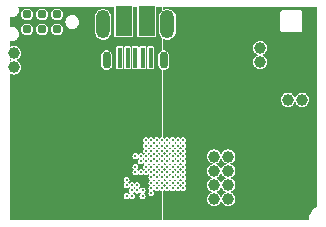
<source format=gbr>
%TF.GenerationSoftware,KiCad,Pcbnew,7.0.7*%
%TF.CreationDate,2023-11-24T16:48:55-08:00*%
%TF.ProjectId,beeper-design,62656570-6572-42d6-9465-7369676e2e6b,rev?*%
%TF.SameCoordinates,Original*%
%TF.FileFunction,Copper,L4,Bot*%
%TF.FilePolarity,Positive*%
%FSLAX46Y46*%
G04 Gerber Fmt 4.6, Leading zero omitted, Abs format (unit mm)*
G04 Created by KiCad (PCBNEW 7.0.7) date 2023-11-24 16:48:55*
%MOMM*%
%LPD*%
G01*
G04 APERTURE LIST*
%TA.AperFunction,SMDPad,CuDef*%
%ADD10C,0.787000*%
%TD*%
%TA.AperFunction,SMDPad,CuDef*%
%ADD11C,1.000000*%
%TD*%
%TA.AperFunction,SMDPad,CuDef*%
%ADD12R,0.400000X1.750000*%
%TD*%
%TA.AperFunction,ComponentPad*%
%ADD13O,0.730000X1.460000*%
%TD*%
%TA.AperFunction,ComponentPad*%
%ADD14O,1.200000X2.400000*%
%TD*%
%TA.AperFunction,SMDPad,CuDef*%
%ADD15R,1.425000X2.500000*%
%TD*%
%TA.AperFunction,ViaPad*%
%ADD16C,0.300000*%
%TD*%
G04 APERTURE END LIST*
D10*
%TO.P,J1,2,2*%
%TO.N,/wpwr.module/mcu_mcu-dbg-m33_swdio*%
X130529807Y-99612428D03*
%TO.P,J1,4,4*%
%TO.N,/wpwr.module/mcu_mcu-dbg-m33_swdclk*%
X129259807Y-99612428D03*
%TO.P,J1,6,6*%
%TO.N,/wpwr.module/mcu_conn-uart_tx*%
X127989807Y-99612428D03*
%TO.P,J1,1,1*%
%TO.N,VDDSYS*%
X130529807Y-100882428D03*
%TO.P,J1,3,3*%
%TO.N,/wpwr.module/mcu_conn-uart_rx*%
X129259807Y-100882428D03*
%TO.P,J1,5,5*%
%TO.N,GND*%
X127989807Y-100882428D03*
%TD*%
D11*
%TO.P,TP7,p,p*%
%TO.N,/wpwr.module/mcu_mcu-etm_data1*%
X143820212Y-112845351D03*
%TD*%
%TO.P,TP8,p,p*%
%TO.N,/wpwr.module/mcu_mcu-etm_data2*%
X143820212Y-114048551D03*
%TD*%
%TO.P,TP5,p,p*%
%TO.N,/wpwr.module/mcu_mcu-etm_clk*%
X145023412Y-111642151D03*
%TD*%
D12*
%TO.P,J6,1,VCC*%
%TO.N,VBUS*%
X135844176Y-103280414D03*
%TO.P,J6,2,D-*%
%TO.N,/wpwr.module/D-*%
X136494176Y-103280414D03*
%TO.P,J6,3,D+*%
%TO.N,/wpwr.module/D+*%
X137144176Y-103280414D03*
%TO.P,J6,4,ID*%
%TO.N,unconnected-(J6-ID-Pad4)*%
X137794176Y-103280414D03*
%TO.P,J6,5,GND*%
%TO.N,GND*%
X138444176Y-103280414D03*
D13*
%TO.P,J6,6,SHIELD*%
%TO.N,Net-(C36-Pad1)*%
X134719176Y-103485414D03*
%TO.P,J6,7,SHIELD*%
X139569176Y-103485414D03*
D14*
%TO.P,J6,8,SHIELD*%
X134419176Y-100455414D03*
%TO.P,J6,9,SHIELD*%
X139869176Y-100455414D03*
D15*
%TO.P,J6,13,SHIELD*%
X136181676Y-100205414D03*
%TO.P,J6,14,SHIELD*%
X138106676Y-100205414D03*
%TD*%
D11*
%TO.P,TP6,p,p*%
%TO.N,/wpwr.module/mcu_mcu-etm_data0*%
X145023412Y-112845351D03*
%TD*%
%TO.P,TP10,p,p*%
%TO.N,GND*%
X145023412Y-114048551D03*
%TD*%
%TO.P,TP9,p,p*%
%TO.N,/wpwr.module/mcu_mcu-etm_data3*%
X143820212Y-111642151D03*
%TD*%
%TO.P,TP3,p,p*%
%TO.N,/board-io
flex-conn.beeper-connector
haptic.board-io.hapdrv.rs.collector/SP_P*%
X151278579Y-106823930D03*
%TD*%
%TO.P,TP4,p,p*%
%TO.N,/board-io
flex-conn.beeper-connector
haptic.board-io.hapdrv.rs.collector/SP_N*%
X150075378Y-106823930D03*
%TD*%
%TO.P,TP12,p,p*%
%TO.N,GND*%
X145023412Y-115251751D03*
%TD*%
%TO.P,TP11,p,p*%
%TO.N,/wpwr.module/VBAT*%
X143820212Y-115251751D03*
%TD*%
%TO.P,TP13,p,p*%
%TO.N,Net-(C22-Pad1)*%
X147713662Y-103637592D03*
%TD*%
%TO.P,TP14,p,p*%
%TO.N,Net-(C16-Pad1)*%
X147713662Y-102434392D03*
%TD*%
%TO.P,TP2,p,p*%
%TO.N,Net-(U12-OUT-)*%
X126876243Y-102892130D03*
%TD*%
%TO.P,TP1,p,p*%
%TO.N,Net-(U12-OUT+)*%
X126876243Y-104095330D03*
%TD*%
D16*
%TO.N,unconnected-(U1D-P0_03-PadD7)*%
X138955165Y-113410086D03*
%TO.N,unconnected-(U1D-P0_20-PadC8)*%
X138505165Y-113860086D03*
%TO.N,unconnected-(U1B-nRST-PadB10)*%
X137307665Y-114517586D03*
%TO.N,unconnected-(U1E-P1_00-PadK4)*%
X140305165Y-110710086D03*
%TO.N,unconnected-(U1E-P1_07-PadK3)*%
X140755165Y-110710086D03*
%TO.N,unconnected-(U1E-P1_02-PadD5)*%
X139855165Y-113410086D03*
%TO.N,unconnected-(U1E-P1_13-PadH4)*%
X140305165Y-111610086D03*
%TO.N,unconnected-(U1D-P0_16-PadG8)*%
X138505165Y-112060086D03*
%TO.N,unconnected-(U1E-P1_01-PadE8)*%
X138505165Y-112960086D03*
%TO.N,unconnected-(U1E-P1_04-PadB8)*%
X138505165Y-114310086D03*
%TO.N,unconnected-(U1D-P0_23-PadH9)*%
X138055165Y-111610086D03*
%TO.N,unconnected-(U1D-P0_09-PadE7)*%
X138955165Y-112960086D03*
%TO.N,unconnected-(U1D-P0_02-PadD8)*%
X138505165Y-113410086D03*
%TO.N,unconnected-(U1E-P1_10-PadE5)*%
X139855165Y-112960086D03*
%TO.N,unconnected-(U1D-P0_18-PadB11)*%
X136857665Y-114517586D03*
%TO.N,unconnected-(U1D-P0_25-PadC3)*%
X140755165Y-113860086D03*
%TO.N,unconnected-(U1D-P0_10-PadG9)*%
X138055165Y-112060086D03*
%TO.N,unconnected-(U1E-P1_20-PadF3)*%
X140755165Y-112510086D03*
%TO.N,unconnected-(U1E-P1_28-PadF2)*%
X141205165Y-112510086D03*
%TO.N,unconnected-(U1D-P0_15-PadF8)*%
X138505165Y-112510086D03*
%TO.N,unconnected-(U1D-P0_21-PadE10)*%
X137605165Y-112960086D03*
%TO.N,unconnected-(U1D-P0_12-PadD4)*%
X140305165Y-113410086D03*
%TO.N,unconnected-(U1A-OQSIF_CLK-PadB4)*%
X140305165Y-114310086D03*
%TO.N,unconnected-(U1E-P1_19-PadF4)*%
X140305165Y-112510086D03*
%TO.N,unconnected-(U1D-P0_07-PadB6)*%
X139405165Y-114310086D03*
%TO.N,unconnected-(U1D-P0_26-PadC4)*%
X140305165Y-113860086D03*
%TO.N,unconnected-(U1E-P1_15-PadJ6)*%
X139405165Y-111160086D03*
%TO.N,unconnected-(U1D-P0_27-PadL7)*%
X138955165Y-110260086D03*
%TO.N,unconnected-(U1E-P1_24-PadJ3)*%
X140755165Y-111160086D03*
%TO.N,unconnected-(U1D-P0_08-PadG10)*%
X137605165Y-112060086D03*
%TO.N,unconnected-(U1E-P1_08-PadC6)*%
X139405165Y-113860086D03*
%TO.N,unconnected-(U1D-P0_22-PadH2)*%
X141205165Y-111610086D03*
%TO.N,unconnected-(U1D-P0_24-PadF7)*%
X138955165Y-112510086D03*
%TO.N,unconnected-(U1D-P0_17-PadF9)*%
X138055165Y-112510086D03*
%TO.N,unconnected-(U1E-P1_16-PadB5)*%
X139855165Y-114310086D03*
%TO.N,unconnected-(U1A-OQSIF_D3-PadB3)*%
X140755165Y-114310086D03*
%TO.N,unconnected-(U1D-P0_30-PadH10)*%
X137605165Y-111610086D03*
%TO.N,Net-(U1B-XTAL32Mp)*%
X137155165Y-112510086D03*
%TO.N,mcu_mcu-button0_gpio*%
X138055165Y-111160086D03*
%TO.N,/wpwr.module/mcu_mcu-etm_data3*%
X139405165Y-110710086D03*
%TO.N,/wpwr.module/mcu_mcu-mem_sdio2*%
X139855165Y-111610086D03*
%TO.N,/wpwr.module/V18P*%
X141205165Y-111160086D03*
%TO.N,VDDSYS*%
X141205165Y-110710086D03*
%TO.N,mcu_c-i2c_scl*%
X140755165Y-112960086D03*
%TO.N,/wpwr.module/mcu_mcu-mem_sdio0*%
X140305165Y-111160086D03*
%TO.N,GND*%
X138505165Y-111610086D03*
X138505165Y-114760086D03*
X139405165Y-111610086D03*
X137757665Y-114967586D03*
X136407665Y-114967586D03*
X139855165Y-112510086D03*
X139855165Y-112060086D03*
X138505165Y-110260086D03*
X136857665Y-114967586D03*
X136407665Y-113617586D03*
X138955165Y-111610086D03*
X138955165Y-112060086D03*
X137155165Y-112960086D03*
X139405165Y-112510086D03*
X137757665Y-114517586D03*
X136407665Y-114067586D03*
X138055165Y-110260086D03*
X139405165Y-112060086D03*
X141205165Y-113860086D03*
%TO.N,/wpwr.module/mcu_mcu-etm_data0*%
X138505165Y-111160086D03*
%TO.N,/wpwr.module/mcu_mcu-etm_clk*%
X139855165Y-110710086D03*
%TO.N,mcu_q-spi_cs*%
X141205165Y-112960086D03*
%TO.N,board-io_rgb_b*%
X140305165Y-110260086D03*
%TO.N,/wpwr.module/V12*%
X140755165Y-110260086D03*
%TO.N,/wpwr.module/mcu_mcu-etm_data2*%
X138955165Y-111160086D03*
%TO.N,/wpwr.module/mcu_mcu-dbg-m33_swdio*%
X138955165Y-113860086D03*
%TO.N,/wpwr.module/mcu_conn-uart_rx*%
X140305165Y-112960086D03*
%TO.N,/wpwr.module/mcu_mcu-mem_cs*%
X139855165Y-111160086D03*
%TO.N,/wpwr.module/V14*%
X141205165Y-110260086D03*
%TO.N,/wpwr.module/mcu_mcu-mem_sdio1*%
X140755165Y-112060086D03*
%TO.N,mcu_hap-gpio0_gpio*%
X140755165Y-113410086D03*
%TO.N,mcu_c-i2c_sda*%
X141205165Y-113410086D03*
%TO.N,mcu_mcu-wpwr1_gpio*%
X141205165Y-114310086D03*
%TO.N,mcu_q-spi_sdo*%
X138955165Y-114310086D03*
%TO.N,/wpwr.module/mcu_conn-uart_tx*%
X139405165Y-112960086D03*
%TO.N,mcu_q-spi_sdi*%
X141205165Y-112060086D03*
%TO.N,mcu_hap-i2c_scl*%
X139855165Y-113860086D03*
%TO.N,board-io_rgb_r*%
X139855165Y-110260086D03*
%TO.N,mcu_hap-gpio1_gpio*%
X137155165Y-111610086D03*
%TO.N,board-io_rgb_g*%
X139405165Y-110260086D03*
%TO.N,mcu_mcu-wpwr0_gpio*%
X136857665Y-114067586D03*
%TO.N,/wpwr.module/mcu_mcu-etm_data1*%
X138955165Y-110710086D03*
%TO.N,mcu_q-i3c_scl*%
X138055165Y-110710086D03*
%TO.N,mcu_hap-i2c_sda*%
X138055165Y-112960086D03*
%TO.N,/wpwr.module/mcu_mcu-mem_sdio3*%
X140305165Y-112060086D03*
%TO.N,/wpwr.module/mcu_mcu-mem_sck*%
X140755165Y-111610086D03*
%TO.N,mcu_q-spi_sck*%
X137307665Y-114067586D03*
%TO.N,/wpwr.module/mcu_mcu-dbg-m33_swdclk*%
X139405165Y-113410086D03*
%TO.N,board-io_qsen-i3c_sda*%
X138505165Y-110710086D03*
%TD*%
%TA.AperFunction,Conductor*%
%TO.N,unconnected-(U9-AH2_QVAR2-Pad9)*%
G36*
X144432919Y-114178289D02*
G01*
X144435692Y-114184985D01*
X144438368Y-114205311D01*
X144438368Y-114205313D01*
X144498876Y-114351392D01*
X144498877Y-114351394D01*
X144538402Y-114402904D01*
X144595130Y-114476833D01*
X144682449Y-114543835D01*
X144710675Y-114565494D01*
X144720571Y-114573087D01*
X144866650Y-114633595D01*
X144886977Y-114636271D01*
X144896257Y-114641628D01*
X144899030Y-114651978D01*
X144893673Y-114661258D01*
X144886977Y-114664030D01*
X144866650Y-114666707D01*
X144866649Y-114666707D01*
X144720570Y-114727215D01*
X144720568Y-114727216D01*
X144595130Y-114823469D01*
X144498877Y-114948907D01*
X144498876Y-114948909D01*
X144438368Y-115094988D01*
X144438368Y-115094990D01*
X144435692Y-115115316D01*
X144430335Y-115124596D01*
X144419985Y-115127369D01*
X144410705Y-115122012D01*
X144407932Y-115115316D01*
X144405256Y-115094989D01*
X144344748Y-114948910D01*
X144248494Y-114823469D01*
X144174565Y-114766741D01*
X144123055Y-114727216D01*
X144123053Y-114727215D01*
X143976974Y-114666707D01*
X143956645Y-114664030D01*
X143947366Y-114658672D01*
X143944593Y-114648322D01*
X143949951Y-114639043D01*
X143956641Y-114636271D01*
X143976974Y-114633595D01*
X144123053Y-114573087D01*
X144248494Y-114476833D01*
X144344748Y-114351392D01*
X144405256Y-114205313D01*
X144407932Y-114184984D01*
X144413289Y-114175705D01*
X144423639Y-114172932D01*
X144432919Y-114178289D01*
G37*
%TD.AperFunction*%
%TA.AperFunction,Conductor*%
G36*
X144432919Y-112975089D02*
G01*
X144435692Y-112981785D01*
X144438368Y-113002111D01*
X144438368Y-113002113D01*
X144498876Y-113148192D01*
X144498877Y-113148194D01*
X144521217Y-113177308D01*
X144595130Y-113273633D01*
X144720571Y-113369887D01*
X144866650Y-113430395D01*
X144886977Y-113433071D01*
X144896257Y-113438428D01*
X144899030Y-113448778D01*
X144893673Y-113458058D01*
X144886977Y-113460830D01*
X144866650Y-113463507D01*
X144866649Y-113463507D01*
X144720570Y-113524015D01*
X144720568Y-113524016D01*
X144595130Y-113620269D01*
X144498877Y-113745707D01*
X144498876Y-113745709D01*
X144438368Y-113891788D01*
X144438368Y-113891790D01*
X144435692Y-113912116D01*
X144430335Y-113921396D01*
X144419985Y-113924169D01*
X144410705Y-113918812D01*
X144407932Y-113912116D01*
X144405256Y-113891789D01*
X144344748Y-113745710D01*
X144248494Y-113620269D01*
X144174565Y-113563541D01*
X144123055Y-113524016D01*
X144123053Y-113524015D01*
X143976974Y-113463507D01*
X143956645Y-113460830D01*
X143947366Y-113455472D01*
X143944593Y-113445122D01*
X143949951Y-113435843D01*
X143956641Y-113433071D01*
X143976974Y-113430395D01*
X144123053Y-113369887D01*
X144248494Y-113273633D01*
X144344748Y-113148192D01*
X144405256Y-113002113D01*
X144407932Y-112981784D01*
X144413289Y-112972505D01*
X144423639Y-112969732D01*
X144432919Y-112975089D01*
G37*
%TD.AperFunction*%
%TA.AperFunction,Conductor*%
G36*
X144432919Y-111771889D02*
G01*
X144435692Y-111778585D01*
X144438368Y-111798911D01*
X144438368Y-111798913D01*
X144498876Y-111944992D01*
X144498877Y-111944994D01*
X144499598Y-111945933D01*
X144595130Y-112070433D01*
X144720571Y-112166687D01*
X144866650Y-112227195D01*
X144886977Y-112229871D01*
X144896257Y-112235228D01*
X144899030Y-112245578D01*
X144893673Y-112254858D01*
X144886977Y-112257630D01*
X144866650Y-112260307D01*
X144866649Y-112260307D01*
X144720570Y-112320815D01*
X144720568Y-112320816D01*
X144595130Y-112417069D01*
X144498877Y-112542507D01*
X144498876Y-112542509D01*
X144438368Y-112688588D01*
X144438368Y-112688590D01*
X144435692Y-112708916D01*
X144430335Y-112718196D01*
X144419985Y-112720969D01*
X144410705Y-112715612D01*
X144407932Y-112708916D01*
X144405256Y-112688589D01*
X144344748Y-112542510D01*
X144248494Y-112417069D01*
X144174565Y-112360341D01*
X144123055Y-112320816D01*
X144123053Y-112320815D01*
X143976974Y-112260307D01*
X143956645Y-112257630D01*
X143947366Y-112252272D01*
X143944593Y-112241922D01*
X143949951Y-112232643D01*
X143956641Y-112229871D01*
X143976974Y-112227195D01*
X144123053Y-112166687D01*
X144248494Y-112070433D01*
X144344748Y-111944992D01*
X144405256Y-111798913D01*
X144407932Y-111778584D01*
X144413289Y-111769305D01*
X144423639Y-111766532D01*
X144432919Y-111771889D01*
G37*
%TD.AperFunction*%
%TA.AperFunction,Conductor*%
G36*
X152495899Y-99004101D02*
G01*
X152500000Y-99014000D01*
X152500000Y-115921276D01*
X152495899Y-115931175D01*
X152492356Y-115933750D01*
X152381286Y-115990344D01*
X152381270Y-115990354D01*
X152230957Y-116099563D01*
X152230949Y-116099570D01*
X152099570Y-116230949D01*
X152099563Y-116230957D01*
X151990354Y-116381270D01*
X151990344Y-116381286D01*
X151905988Y-116546842D01*
X151848568Y-116723565D01*
X151819500Y-116907093D01*
X151819500Y-116986000D01*
X151815399Y-116995899D01*
X151805500Y-117000000D01*
X139514000Y-117000000D01*
X139504101Y-116995899D01*
X139500000Y-116986000D01*
X139500000Y-115251753D01*
X143214530Y-115251753D01*
X143235168Y-115408511D01*
X143235168Y-115408513D01*
X143295676Y-115554592D01*
X143295677Y-115554594D01*
X143335202Y-115606104D01*
X143391930Y-115680033D01*
X143517371Y-115776287D01*
X143663450Y-115836795D01*
X143787537Y-115853131D01*
X143820210Y-115857433D01*
X143820212Y-115857433D01*
X143820214Y-115857433D01*
X143847251Y-115853873D01*
X143976974Y-115836795D01*
X144123053Y-115776287D01*
X144248494Y-115680033D01*
X144344748Y-115554592D01*
X144405256Y-115408513D01*
X144407932Y-115388184D01*
X144413289Y-115378905D01*
X144423639Y-115376132D01*
X144432919Y-115381489D01*
X144435692Y-115388185D01*
X144438368Y-115408511D01*
X144438368Y-115408513D01*
X144498876Y-115554592D01*
X144498877Y-115554594D01*
X144538402Y-115606104D01*
X144595130Y-115680033D01*
X144720571Y-115776287D01*
X144866650Y-115836795D01*
X144990737Y-115853131D01*
X145023410Y-115857433D01*
X145023412Y-115857433D01*
X145023414Y-115857433D01*
X145050451Y-115853873D01*
X145180174Y-115836795D01*
X145326253Y-115776287D01*
X145451694Y-115680033D01*
X145547948Y-115554592D01*
X145608456Y-115408513D01*
X145629094Y-115251751D01*
X145608456Y-115094989D01*
X145547948Y-114948910D01*
X145451694Y-114823469D01*
X145377765Y-114766741D01*
X145326255Y-114727216D01*
X145326253Y-114727215D01*
X145180174Y-114666707D01*
X145159845Y-114664030D01*
X145150566Y-114658672D01*
X145147793Y-114648322D01*
X145153151Y-114639043D01*
X145159841Y-114636271D01*
X145180174Y-114633595D01*
X145326253Y-114573087D01*
X145451694Y-114476833D01*
X145547948Y-114351392D01*
X145608456Y-114205313D01*
X145629094Y-114048551D01*
X145608456Y-113891789D01*
X145547948Y-113745710D01*
X145451694Y-113620269D01*
X145377765Y-113563541D01*
X145326255Y-113524016D01*
X145326253Y-113524015D01*
X145180174Y-113463507D01*
X145159845Y-113460830D01*
X145150566Y-113455472D01*
X145147793Y-113445122D01*
X145153151Y-113435843D01*
X145159841Y-113433071D01*
X145180174Y-113430395D01*
X145326253Y-113369887D01*
X145451694Y-113273633D01*
X145547948Y-113148192D01*
X145608456Y-113002113D01*
X145625534Y-112872390D01*
X145629094Y-112845353D01*
X145629094Y-112845348D01*
X145623754Y-112804792D01*
X145608456Y-112688589D01*
X145547948Y-112542510D01*
X145451694Y-112417069D01*
X145377765Y-112360341D01*
X145326255Y-112320816D01*
X145326253Y-112320815D01*
X145180174Y-112260307D01*
X145159845Y-112257630D01*
X145150566Y-112252272D01*
X145147793Y-112241922D01*
X145153151Y-112232643D01*
X145159841Y-112229871D01*
X145180174Y-112227195D01*
X145326253Y-112166687D01*
X145451694Y-112070433D01*
X145547948Y-111944992D01*
X145608456Y-111798913D01*
X145629094Y-111642151D01*
X145624872Y-111610085D01*
X145623754Y-111601592D01*
X145608456Y-111485389D01*
X145547948Y-111339310D01*
X145451694Y-111213869D01*
X145377765Y-111157141D01*
X145326255Y-111117616D01*
X145326253Y-111117615D01*
X145192824Y-111062347D01*
X145180174Y-111057107D01*
X145095299Y-111045933D01*
X145023414Y-111036469D01*
X145023410Y-111036469D01*
X144951525Y-111045933D01*
X144866650Y-111057107D01*
X144866649Y-111057107D01*
X144720570Y-111117615D01*
X144720568Y-111117616D01*
X144595130Y-111213869D01*
X144498877Y-111339307D01*
X144498876Y-111339309D01*
X144438368Y-111485388D01*
X144438368Y-111485390D01*
X144435692Y-111505716D01*
X144430335Y-111514996D01*
X144419985Y-111517769D01*
X144410705Y-111512412D01*
X144407932Y-111505716D01*
X144406644Y-111495933D01*
X144405256Y-111485389D01*
X144344748Y-111339310D01*
X144248494Y-111213869D01*
X144174565Y-111157141D01*
X144123055Y-111117616D01*
X144123053Y-111117615D01*
X143989624Y-111062347D01*
X143976974Y-111057107D01*
X143892099Y-111045933D01*
X143820214Y-111036469D01*
X143820210Y-111036469D01*
X143748325Y-111045933D01*
X143663450Y-111057107D01*
X143663449Y-111057107D01*
X143517370Y-111117615D01*
X143517368Y-111117616D01*
X143391930Y-111213869D01*
X143295677Y-111339307D01*
X143295676Y-111339309D01*
X143235168Y-111485388D01*
X143235168Y-111485390D01*
X143214530Y-111642148D01*
X143214530Y-111642153D01*
X143235168Y-111798911D01*
X143235168Y-111798913D01*
X143295676Y-111944992D01*
X143295677Y-111944994D01*
X143296398Y-111945933D01*
X143391930Y-112070433D01*
X143517371Y-112166687D01*
X143663450Y-112227195D01*
X143683777Y-112229871D01*
X143693057Y-112235228D01*
X143695830Y-112245578D01*
X143690473Y-112254858D01*
X143683777Y-112257630D01*
X143663450Y-112260307D01*
X143663449Y-112260307D01*
X143517370Y-112320815D01*
X143517368Y-112320816D01*
X143391930Y-112417069D01*
X143295677Y-112542507D01*
X143295676Y-112542509D01*
X143235168Y-112688588D01*
X143235168Y-112688590D01*
X143214530Y-112845348D01*
X143214530Y-112845353D01*
X143235168Y-113002111D01*
X143235168Y-113002113D01*
X143295676Y-113148192D01*
X143295677Y-113148194D01*
X143318017Y-113177308D01*
X143391930Y-113273633D01*
X143517371Y-113369887D01*
X143663450Y-113430395D01*
X143683777Y-113433071D01*
X143693057Y-113438428D01*
X143695830Y-113448778D01*
X143690473Y-113458058D01*
X143683777Y-113460830D01*
X143663450Y-113463507D01*
X143663449Y-113463507D01*
X143517370Y-113524015D01*
X143517368Y-113524016D01*
X143391930Y-113620269D01*
X143295677Y-113745707D01*
X143295676Y-113745709D01*
X143235168Y-113891788D01*
X143235168Y-113891790D01*
X143222804Y-113985707D01*
X143214530Y-114048551D01*
X143231639Y-114178511D01*
X143235168Y-114205311D01*
X143235168Y-114205313D01*
X143295676Y-114351392D01*
X143295677Y-114351394D01*
X143335202Y-114402904D01*
X143391930Y-114476833D01*
X143479249Y-114543835D01*
X143507475Y-114565494D01*
X143517371Y-114573087D01*
X143663450Y-114633595D01*
X143683777Y-114636271D01*
X143693057Y-114641628D01*
X143695830Y-114651978D01*
X143690473Y-114661258D01*
X143683777Y-114664030D01*
X143663450Y-114666707D01*
X143663449Y-114666707D01*
X143517370Y-114727215D01*
X143517368Y-114727216D01*
X143391930Y-114823469D01*
X143295677Y-114948907D01*
X143295676Y-114948909D01*
X143235168Y-115094988D01*
X143235168Y-115094990D01*
X143214530Y-115251748D01*
X143214530Y-115251753D01*
X139500000Y-115251753D01*
X139500000Y-114555476D01*
X139504101Y-114545577D01*
X139506217Y-114543838D01*
X139585766Y-114490687D01*
X139618524Y-114441659D01*
X139627434Y-114435707D01*
X139637943Y-114437797D01*
X139641805Y-114441659D01*
X139674564Y-114490687D01*
X139757425Y-114546052D01*
X139855165Y-114565494D01*
X139952905Y-114546052D01*
X140035766Y-114490687D01*
X140068523Y-114441659D01*
X140077432Y-114435707D01*
X140087942Y-114437797D01*
X140091804Y-114441660D01*
X140124562Y-114490685D01*
X140124563Y-114490685D01*
X140124564Y-114490687D01*
X140207425Y-114546052D01*
X140305165Y-114565494D01*
X140402905Y-114546052D01*
X140485766Y-114490687D01*
X140518524Y-114441659D01*
X140527434Y-114435707D01*
X140537943Y-114437797D01*
X140541805Y-114441659D01*
X140574564Y-114490687D01*
X140657425Y-114546052D01*
X140704802Y-114555476D01*
X140755164Y-114565494D01*
X140755164Y-114565493D01*
X140755165Y-114565494D01*
X140852905Y-114546052D01*
X140935766Y-114490687D01*
X140968524Y-114441659D01*
X140977434Y-114435707D01*
X140987943Y-114437797D01*
X140991805Y-114441659D01*
X141024564Y-114490687D01*
X141107425Y-114546052D01*
X141154802Y-114555476D01*
X141205164Y-114565494D01*
X141205164Y-114565493D01*
X141205165Y-114565494D01*
X141302905Y-114546052D01*
X141385766Y-114490687D01*
X141441131Y-114407826D01*
X141460573Y-114310086D01*
X141441131Y-114212346D01*
X141385766Y-114129485D01*
X141336738Y-114096726D01*
X141330786Y-114087817D01*
X141332876Y-114077308D01*
X141336739Y-114073445D01*
X141385766Y-114040687D01*
X141441131Y-113957826D01*
X141460573Y-113860086D01*
X141441131Y-113762346D01*
X141385766Y-113679485D01*
X141336738Y-113646726D01*
X141330786Y-113637817D01*
X141332876Y-113627308D01*
X141336739Y-113623445D01*
X141385766Y-113590687D01*
X141441131Y-113507826D01*
X141460573Y-113410086D01*
X141441131Y-113312346D01*
X141385766Y-113229485D01*
X141336738Y-113196726D01*
X141330786Y-113187817D01*
X141332876Y-113177308D01*
X141336739Y-113173445D01*
X141385766Y-113140687D01*
X141441131Y-113057826D01*
X141460573Y-112960086D01*
X141441131Y-112862346D01*
X141385766Y-112779485D01*
X141385764Y-112779484D01*
X141385764Y-112779483D01*
X141336739Y-112746725D01*
X141330786Y-112737816D01*
X141332877Y-112727307D01*
X141336737Y-112723445D01*
X141385766Y-112690687D01*
X141441131Y-112607826D01*
X141460573Y-112510086D01*
X141441131Y-112412346D01*
X141385766Y-112329485D01*
X141336738Y-112296726D01*
X141330786Y-112287817D01*
X141332876Y-112277308D01*
X141336739Y-112273445D01*
X141385766Y-112240687D01*
X141441131Y-112157826D01*
X141460573Y-112060086D01*
X141441131Y-111962346D01*
X141385766Y-111879485D01*
X141336738Y-111846726D01*
X141330786Y-111837817D01*
X141332876Y-111827308D01*
X141336739Y-111823445D01*
X141385766Y-111790687D01*
X141441131Y-111707826D01*
X141460573Y-111610086D01*
X141441131Y-111512346D01*
X141385766Y-111429485D01*
X141363420Y-111414554D01*
X141336739Y-111396726D01*
X141330786Y-111387816D01*
X141332876Y-111377307D01*
X141336735Y-111373447D01*
X141385766Y-111340687D01*
X141441131Y-111257826D01*
X141460573Y-111160086D01*
X141441131Y-111062346D01*
X141385766Y-110979485D01*
X141336738Y-110946726D01*
X141330786Y-110937817D01*
X141332876Y-110927308D01*
X141336739Y-110923445D01*
X141385766Y-110890687D01*
X141441131Y-110807826D01*
X141460573Y-110710086D01*
X141441131Y-110612346D01*
X141385766Y-110529485D01*
X141336738Y-110496726D01*
X141330786Y-110487817D01*
X141332876Y-110477308D01*
X141336739Y-110473445D01*
X141385766Y-110440687D01*
X141441131Y-110357826D01*
X141460573Y-110260086D01*
X141441131Y-110162346D01*
X141385766Y-110079485D01*
X141302905Y-110024120D01*
X141302904Y-110024119D01*
X141302903Y-110024119D01*
X141205165Y-110004678D01*
X141107426Y-110024119D01*
X141024564Y-110079485D01*
X140991806Y-110128511D01*
X140982896Y-110134464D01*
X140972387Y-110132374D01*
X140968524Y-110128511D01*
X140935766Y-110079485D01*
X140852905Y-110024120D01*
X140852904Y-110024119D01*
X140852903Y-110024119D01*
X140755165Y-110004678D01*
X140657426Y-110024119D01*
X140574564Y-110079485D01*
X140541806Y-110128511D01*
X140532896Y-110134464D01*
X140522387Y-110132374D01*
X140518524Y-110128511D01*
X140485766Y-110079485D01*
X140402905Y-110024120D01*
X140402904Y-110024119D01*
X140402903Y-110024119D01*
X140305165Y-110004678D01*
X140207426Y-110024119D01*
X140124564Y-110079485D01*
X140091806Y-110128511D01*
X140082896Y-110134464D01*
X140072387Y-110132374D01*
X140068524Y-110128511D01*
X140035766Y-110079485D01*
X139952905Y-110024120D01*
X139952904Y-110024119D01*
X139952903Y-110024119D01*
X139855165Y-110004678D01*
X139757426Y-110024119D01*
X139674564Y-110079485D01*
X139641806Y-110128511D01*
X139632896Y-110134464D01*
X139622387Y-110132374D01*
X139618524Y-110128511D01*
X139585766Y-110079485D01*
X139506222Y-110026336D01*
X139500269Y-110017426D01*
X139500000Y-110014695D01*
X139500000Y-106823930D01*
X149469696Y-106823930D01*
X149486070Y-106948307D01*
X149490334Y-106980690D01*
X149490334Y-106980692D01*
X149550842Y-107126771D01*
X149550843Y-107126773D01*
X149590368Y-107178283D01*
X149647096Y-107252212D01*
X149772537Y-107348466D01*
X149918616Y-107408974D01*
X150042703Y-107425310D01*
X150075376Y-107429612D01*
X150075378Y-107429612D01*
X150075380Y-107429612D01*
X150102417Y-107426052D01*
X150232140Y-107408974D01*
X150378219Y-107348466D01*
X150503660Y-107252212D01*
X150599914Y-107126771D01*
X150660422Y-106980692D01*
X150663098Y-106960358D01*
X150668455Y-106951080D01*
X150678805Y-106948307D01*
X150688085Y-106953664D01*
X150690858Y-106960359D01*
X150693535Y-106980691D01*
X150693535Y-106980692D01*
X150754043Y-107126771D01*
X150754044Y-107126773D01*
X150793569Y-107178283D01*
X150850297Y-107252212D01*
X150975738Y-107348466D01*
X151121817Y-107408974D01*
X151245904Y-107425310D01*
X151278577Y-107429612D01*
X151278579Y-107429612D01*
X151278581Y-107429612D01*
X151305618Y-107426052D01*
X151435341Y-107408974D01*
X151581420Y-107348466D01*
X151706861Y-107252212D01*
X151803115Y-107126771D01*
X151863623Y-106980692D01*
X151884261Y-106823930D01*
X151863623Y-106667168D01*
X151803115Y-106521089D01*
X151706861Y-106395648D01*
X151632932Y-106338920D01*
X151581422Y-106299395D01*
X151581420Y-106299394D01*
X151581419Y-106299394D01*
X151435341Y-106238886D01*
X151383086Y-106232006D01*
X151278581Y-106218248D01*
X151278577Y-106218248D01*
X151174071Y-106232006D01*
X151121817Y-106238886D01*
X151121816Y-106238886D01*
X150975737Y-106299394D01*
X150975735Y-106299395D01*
X150850297Y-106395648D01*
X150754044Y-106521086D01*
X150754043Y-106521088D01*
X150693535Y-106667167D01*
X150693535Y-106667168D01*
X150690858Y-106687500D01*
X150685500Y-106696779D01*
X150675150Y-106699552D01*
X150665871Y-106694194D01*
X150663098Y-106687500D01*
X150660422Y-106667168D01*
X150599914Y-106521089D01*
X150503660Y-106395648D01*
X150429731Y-106338920D01*
X150378221Y-106299395D01*
X150378219Y-106299394D01*
X150232140Y-106238886D01*
X150179885Y-106232006D01*
X150075380Y-106218248D01*
X150075376Y-106218248D01*
X149970870Y-106232006D01*
X149918616Y-106238886D01*
X149918615Y-106238886D01*
X149772536Y-106299394D01*
X149772534Y-106299395D01*
X149647096Y-106395648D01*
X149550843Y-106521086D01*
X149550842Y-106521088D01*
X149490334Y-106667167D01*
X149490334Y-106667169D01*
X149473778Y-106792927D01*
X149469696Y-106823930D01*
X139500000Y-106823930D01*
X139500000Y-104329651D01*
X139504101Y-104319752D01*
X139514000Y-104315651D01*
X139517105Y-104316000D01*
X139533996Y-104319856D01*
X139673930Y-104309369D01*
X139804555Y-104258102D01*
X139914266Y-104170611D01*
X139993314Y-104054668D01*
X140034676Y-103920577D01*
X140034676Y-103637594D01*
X147107980Y-103637594D01*
X147128618Y-103794352D01*
X147128618Y-103794354D01*
X147189126Y-103940433D01*
X147189127Y-103940435D01*
X147226525Y-103989172D01*
X147285380Y-104065874D01*
X147410821Y-104162128D01*
X147556900Y-104222636D01*
X147680987Y-104238972D01*
X147713660Y-104243274D01*
X147713662Y-104243274D01*
X147713664Y-104243274D01*
X147740701Y-104239714D01*
X147870424Y-104222636D01*
X148016503Y-104162128D01*
X148141944Y-104065874D01*
X148238198Y-103940433D01*
X148298706Y-103794354D01*
X148319344Y-103637592D01*
X148298706Y-103480830D01*
X148238198Y-103334751D01*
X148141944Y-103209310D01*
X148068015Y-103152582D01*
X148016505Y-103113057D01*
X148016503Y-103113056D01*
X147870424Y-103052548D01*
X147850095Y-103049871D01*
X147840816Y-103044513D01*
X147838043Y-103034163D01*
X147843401Y-103024884D01*
X147850092Y-103022112D01*
X147870424Y-103019436D01*
X148016503Y-102958928D01*
X148141944Y-102862674D01*
X148238198Y-102737233D01*
X148298706Y-102591154D01*
X148319344Y-102434392D01*
X148298706Y-102277630D01*
X148238198Y-102131551D01*
X148141944Y-102006110D01*
X148068015Y-101949382D01*
X148016505Y-101909857D01*
X148016503Y-101909856D01*
X147870424Y-101849348D01*
X147818169Y-101842468D01*
X147713664Y-101828710D01*
X147713660Y-101828710D01*
X147609153Y-101842468D01*
X147556900Y-101849348D01*
X147556899Y-101849348D01*
X147410820Y-101909856D01*
X147410818Y-101909857D01*
X147285380Y-102006110D01*
X147189127Y-102131548D01*
X147189126Y-102131550D01*
X147128618Y-102277629D01*
X147128618Y-102277631D01*
X147107980Y-102434389D01*
X147107980Y-102434394D01*
X147128618Y-102591152D01*
X147128618Y-102591154D01*
X147189126Y-102737233D01*
X147189127Y-102737235D01*
X147200734Y-102752361D01*
X147285380Y-102862674D01*
X147410821Y-102958928D01*
X147556900Y-103019436D01*
X147577229Y-103022112D01*
X147586507Y-103027468D01*
X147589280Y-103037818D01*
X147583923Y-103047098D01*
X147577228Y-103049871D01*
X147556900Y-103052548D01*
X147556899Y-103052548D01*
X147410820Y-103113056D01*
X147410818Y-103113057D01*
X147285380Y-103209310D01*
X147189127Y-103334748D01*
X147189126Y-103334750D01*
X147128618Y-103480829D01*
X147128618Y-103480831D01*
X147107980Y-103637589D01*
X147107980Y-103637594D01*
X140034676Y-103637594D01*
X140034676Y-103085529D01*
X140019020Y-102981656D01*
X139958135Y-102855227D01*
X139905053Y-102798019D01*
X139862688Y-102752359D01*
X139741163Y-102682198D01*
X139741160Y-102682196D01*
X139604356Y-102650972D01*
X139515046Y-102657664D01*
X139504868Y-102654314D01*
X139500039Y-102644749D01*
X139500000Y-102643703D01*
X139500000Y-101675931D01*
X139504101Y-101666032D01*
X139514000Y-101661931D01*
X139520504Y-101663534D01*
X139572015Y-101690569D01*
X139618952Y-101715205D01*
X139741677Y-101745452D01*
X139784120Y-101755914D01*
X139954232Y-101755914D01*
X140036816Y-101735558D01*
X140119399Y-101715205D01*
X140119401Y-101715204D01*
X140270028Y-101636148D01*
X140397359Y-101523343D01*
X140493994Y-101383344D01*
X140529865Y-101288757D01*
X140554315Y-101224290D01*
X140554315Y-101224288D01*
X140554314Y-101224288D01*
X140554316Y-101224286D01*
X140569676Y-101097786D01*
X140569676Y-100933406D01*
X149436602Y-100933406D01*
X149440598Y-100966313D01*
X149440649Y-100967158D01*
X149440649Y-100977734D01*
X149443178Y-100987996D01*
X149443331Y-100988827D01*
X149447328Y-101021736D01*
X149452352Y-101029015D01*
X149454423Y-101033617D01*
X149456540Y-101042206D01*
X149456541Y-101042207D01*
X149478522Y-101067018D01*
X149479039Y-101067679D01*
X149486916Y-101079090D01*
X149497873Y-101094964D01*
X149504504Y-101098444D01*
X149505706Y-101099075D01*
X149509679Y-101102187D01*
X149515545Y-101108808D01*
X149546546Y-101120565D01*
X149547291Y-101120900D01*
X149576660Y-101136314D01*
X149585505Y-101136314D01*
X149590468Y-101137223D01*
X149598741Y-101140361D01*
X149631649Y-101136364D01*
X149632494Y-101136314D01*
X151085505Y-101136314D01*
X151090468Y-101137223D01*
X151098741Y-101140361D01*
X151131649Y-101136364D01*
X151132494Y-101136314D01*
X151143065Y-101136314D01*
X151143066Y-101136314D01*
X151153345Y-101133779D01*
X151154148Y-101133631D01*
X151187071Y-101129635D01*
X151194352Y-101124608D01*
X151198949Y-101122539D01*
X151207542Y-101120422D01*
X151232354Y-101098439D01*
X151232998Y-101097933D01*
X151260299Y-101079090D01*
X151264412Y-101071252D01*
X151267525Y-101067280D01*
X151274143Y-101061418D01*
X151285903Y-101030409D01*
X151286232Y-101029676D01*
X151301649Y-101000303D01*
X151301649Y-100991456D01*
X151302559Y-100986492D01*
X151305696Y-100978222D01*
X151301700Y-100945313D01*
X151301649Y-100944468D01*
X151301649Y-99491457D01*
X151302559Y-99486492D01*
X151305696Y-99478222D01*
X151301700Y-99445313D01*
X151301649Y-99444468D01*
X151301649Y-99433896D01*
X151300886Y-99430806D01*
X151299115Y-99423619D01*
X151298966Y-99422810D01*
X151294970Y-99389892D01*
X151294969Y-99389890D01*
X151294969Y-99389889D01*
X151289945Y-99382611D01*
X151287874Y-99378010D01*
X151285757Y-99369421D01*
X151263772Y-99344605D01*
X151263262Y-99343955D01*
X151244425Y-99316664D01*
X151244424Y-99316663D01*
X151236589Y-99312551D01*
X151232617Y-99309439D01*
X151226753Y-99302820D01*
X151195765Y-99291066D01*
X151194994Y-99290719D01*
X151165638Y-99275314D01*
X151156793Y-99275314D01*
X151151829Y-99274404D01*
X151143557Y-99271267D01*
X151143556Y-99271267D01*
X151110649Y-99275263D01*
X151109804Y-99275314D01*
X149656793Y-99275314D01*
X149651829Y-99274404D01*
X149643557Y-99271267D01*
X149643556Y-99271267D01*
X149610649Y-99275263D01*
X149609804Y-99275314D01*
X149599229Y-99275314D01*
X149588966Y-99277844D01*
X149588135Y-99277996D01*
X149555228Y-99281992D01*
X149555224Y-99281994D01*
X149547946Y-99287017D01*
X149543348Y-99289087D01*
X149534756Y-99291206D01*
X149509948Y-99313183D01*
X149509282Y-99313704D01*
X149482000Y-99332536D01*
X149481998Y-99332538D01*
X149477885Y-99340375D01*
X149474775Y-99344343D01*
X149471675Y-99347090D01*
X149468154Y-99350210D01*
X149456401Y-99381196D01*
X149456054Y-99381967D01*
X149440649Y-99411324D01*
X149440649Y-99420170D01*
X149439739Y-99425135D01*
X149436602Y-99433405D01*
X149436602Y-99433406D01*
X149440598Y-99466313D01*
X149440649Y-99467158D01*
X149440649Y-100920170D01*
X149439739Y-100925135D01*
X149436602Y-100933405D01*
X149436602Y-100933406D01*
X140569676Y-100933406D01*
X140569676Y-99813042D01*
X140554316Y-99686542D01*
X140554315Y-99686539D01*
X140554315Y-99686537D01*
X140493994Y-99527485D01*
X140493994Y-99527484D01*
X140397359Y-99387485D01*
X140397358Y-99387484D01*
X140397357Y-99387482D01*
X140270031Y-99274682D01*
X140270022Y-99274676D01*
X140119399Y-99195622D01*
X139954234Y-99154914D01*
X139954232Y-99154914D01*
X139784120Y-99154914D01*
X139784117Y-99154914D01*
X139618952Y-99195622D01*
X139520506Y-99247291D01*
X139509835Y-99248261D01*
X139501604Y-99241401D01*
X139500000Y-99234895D01*
X139500000Y-99014000D01*
X139504101Y-99004101D01*
X139514000Y-99000000D01*
X152486000Y-99000000D01*
X152495899Y-99004101D01*
G37*
%TD.AperFunction*%
%TA.AperFunction,Conductor*%
G36*
X139637943Y-113987797D02*
G01*
X139641805Y-113991659D01*
X139674564Y-114040687D01*
X139723590Y-114073445D01*
X139729543Y-114082355D01*
X139727453Y-114092864D01*
X139723590Y-114096727D01*
X139674564Y-114129485D01*
X139641806Y-114178511D01*
X139632896Y-114184464D01*
X139622387Y-114182374D01*
X139618524Y-114178511D01*
X139614796Y-114172932D01*
X139585766Y-114129485D01*
X139536738Y-114096726D01*
X139530786Y-114087817D01*
X139532876Y-114077308D01*
X139536739Y-114073445D01*
X139585766Y-114040687D01*
X139618524Y-113991659D01*
X139627434Y-113985707D01*
X139637943Y-113987797D01*
G37*
%TD.AperFunction*%
%TA.AperFunction,Conductor*%
G36*
X140087943Y-113987797D02*
G01*
X140091805Y-113991659D01*
X140124564Y-114040687D01*
X140173590Y-114073445D01*
X140179543Y-114082355D01*
X140177453Y-114092864D01*
X140173590Y-114096727D01*
X140124562Y-114129486D01*
X140091804Y-114178511D01*
X140082895Y-114184464D01*
X140072386Y-114182373D01*
X140068523Y-114178511D01*
X140066648Y-114175705D01*
X140035766Y-114129485D01*
X139986738Y-114096726D01*
X139980786Y-114087817D01*
X139982876Y-114077308D01*
X139986739Y-114073445D01*
X140035766Y-114040687D01*
X140068524Y-113991659D01*
X140077434Y-113985707D01*
X140087943Y-113987797D01*
G37*
%TD.AperFunction*%
%TA.AperFunction,Conductor*%
G36*
X140537943Y-113987797D02*
G01*
X140541805Y-113991659D01*
X140574564Y-114040687D01*
X140623590Y-114073445D01*
X140629543Y-114082355D01*
X140627453Y-114092864D01*
X140623590Y-114096727D01*
X140574564Y-114129485D01*
X140541806Y-114178511D01*
X140532896Y-114184464D01*
X140522387Y-114182374D01*
X140518524Y-114178511D01*
X140514796Y-114172932D01*
X140485766Y-114129485D01*
X140436738Y-114096726D01*
X140430786Y-114087817D01*
X140432876Y-114077308D01*
X140436739Y-114073445D01*
X140485766Y-114040687D01*
X140518524Y-113991659D01*
X140527434Y-113985707D01*
X140537943Y-113987797D01*
G37*
%TD.AperFunction*%
%TA.AperFunction,Conductor*%
G36*
X140987943Y-113987797D02*
G01*
X140991805Y-113991659D01*
X141024564Y-114040687D01*
X141073591Y-114073445D01*
X141079543Y-114082354D01*
X141077453Y-114092863D01*
X141073590Y-114096725D01*
X141024565Y-114129483D01*
X140991806Y-114178511D01*
X140982896Y-114184464D01*
X140972387Y-114182374D01*
X140968524Y-114178511D01*
X140964796Y-114172932D01*
X140935766Y-114129485D01*
X140886738Y-114096726D01*
X140880786Y-114087817D01*
X140882876Y-114077308D01*
X140886739Y-114073445D01*
X140935766Y-114040687D01*
X140968524Y-113991659D01*
X140977434Y-113985707D01*
X140987943Y-113987797D01*
G37*
%TD.AperFunction*%
%TA.AperFunction,Conductor*%
G36*
X139637943Y-113537797D02*
G01*
X139641805Y-113541659D01*
X139674564Y-113590687D01*
X139723591Y-113623445D01*
X139729543Y-113632354D01*
X139727453Y-113642863D01*
X139723590Y-113646725D01*
X139674565Y-113679483D01*
X139641806Y-113728511D01*
X139632896Y-113734464D01*
X139622387Y-113732374D01*
X139618524Y-113728511D01*
X139585766Y-113679485D01*
X139536738Y-113646726D01*
X139530786Y-113637817D01*
X139532876Y-113627308D01*
X139536739Y-113623445D01*
X139585766Y-113590687D01*
X139618524Y-113541659D01*
X139627434Y-113535707D01*
X139637943Y-113537797D01*
G37*
%TD.AperFunction*%
%TA.AperFunction,Conductor*%
G36*
X140087942Y-113537797D02*
G01*
X140091804Y-113541660D01*
X140124562Y-113590685D01*
X140124563Y-113590685D01*
X140124564Y-113590687D01*
X140173591Y-113623445D01*
X140179543Y-113632354D01*
X140177453Y-113642863D01*
X140173590Y-113646725D01*
X140124565Y-113679483D01*
X140091806Y-113728511D01*
X140082896Y-113734464D01*
X140072387Y-113732374D01*
X140068524Y-113728511D01*
X140035766Y-113679485D01*
X139986738Y-113646726D01*
X139980786Y-113637817D01*
X139982876Y-113627308D01*
X139986739Y-113623445D01*
X140035766Y-113590687D01*
X140068523Y-113541659D01*
X140077432Y-113535707D01*
X140087942Y-113537797D01*
G37*
%TD.AperFunction*%
%TA.AperFunction,Conductor*%
G36*
X140537943Y-113537797D02*
G01*
X140541805Y-113541659D01*
X140574564Y-113590687D01*
X140623590Y-113623445D01*
X140629543Y-113632355D01*
X140627453Y-113642864D01*
X140623590Y-113646727D01*
X140574564Y-113679485D01*
X140541806Y-113728511D01*
X140532896Y-113734464D01*
X140522387Y-113732374D01*
X140518524Y-113728511D01*
X140485766Y-113679485D01*
X140436738Y-113646726D01*
X140430786Y-113637817D01*
X140432876Y-113627308D01*
X140436739Y-113623445D01*
X140485766Y-113590687D01*
X140518524Y-113541659D01*
X140527434Y-113535707D01*
X140537943Y-113537797D01*
G37*
%TD.AperFunction*%
%TA.AperFunction,Conductor*%
G36*
X140987943Y-113537797D02*
G01*
X140991805Y-113541659D01*
X141024564Y-113590687D01*
X141073591Y-113623445D01*
X141079543Y-113632354D01*
X141077453Y-113642863D01*
X141073590Y-113646725D01*
X141024565Y-113679483D01*
X140991806Y-113728511D01*
X140982896Y-113734464D01*
X140972387Y-113732374D01*
X140968524Y-113728511D01*
X140935766Y-113679485D01*
X140886738Y-113646726D01*
X140880786Y-113637817D01*
X140882876Y-113627308D01*
X140886739Y-113623445D01*
X140935766Y-113590687D01*
X140968524Y-113541659D01*
X140977434Y-113535707D01*
X140987943Y-113537797D01*
G37*
%TD.AperFunction*%
%TA.AperFunction,Conductor*%
G36*
X139637943Y-113087797D02*
G01*
X139641805Y-113091659D01*
X139674564Y-113140687D01*
X139723590Y-113173445D01*
X139729543Y-113182355D01*
X139727453Y-113192864D01*
X139723590Y-113196727D01*
X139674564Y-113229485D01*
X139641806Y-113278511D01*
X139632896Y-113284464D01*
X139622387Y-113282374D01*
X139618524Y-113278511D01*
X139615264Y-113273632D01*
X139585766Y-113229485D01*
X139563420Y-113214554D01*
X139536739Y-113196726D01*
X139530786Y-113187816D01*
X139532876Y-113177307D01*
X139536735Y-113173447D01*
X139585766Y-113140687D01*
X139618524Y-113091659D01*
X139627434Y-113085707D01*
X139637943Y-113087797D01*
G37*
%TD.AperFunction*%
%TA.AperFunction,Conductor*%
G36*
X140087942Y-113087797D02*
G01*
X140091804Y-113091660D01*
X140124562Y-113140686D01*
X140135796Y-113148192D01*
X140173588Y-113173444D01*
X140173590Y-113173445D01*
X140179543Y-113182355D01*
X140177453Y-113192864D01*
X140173590Y-113196727D01*
X140124562Y-113229486D01*
X140091804Y-113278511D01*
X140082895Y-113284464D01*
X140072386Y-113282373D01*
X140068523Y-113278511D01*
X140065263Y-113273632D01*
X140035766Y-113229485D01*
X139986738Y-113196726D01*
X139980786Y-113187817D01*
X139982876Y-113177308D01*
X139986739Y-113173445D01*
X140035766Y-113140687D01*
X140068523Y-113091659D01*
X140077432Y-113085707D01*
X140087942Y-113087797D01*
G37*
%TD.AperFunction*%
%TA.AperFunction,Conductor*%
G36*
X140537943Y-113087797D02*
G01*
X140541805Y-113091659D01*
X140574564Y-113140687D01*
X140623590Y-113173445D01*
X140629543Y-113182355D01*
X140627453Y-113192864D01*
X140623590Y-113196727D01*
X140574564Y-113229485D01*
X140541806Y-113278511D01*
X140532896Y-113284464D01*
X140522387Y-113282374D01*
X140518524Y-113278511D01*
X140515264Y-113273632D01*
X140485766Y-113229485D01*
X140436738Y-113196726D01*
X140430786Y-113187817D01*
X140432876Y-113177308D01*
X140436739Y-113173445D01*
X140485766Y-113140687D01*
X140518524Y-113091659D01*
X140527434Y-113085707D01*
X140537943Y-113087797D01*
G37*
%TD.AperFunction*%
%TA.AperFunction,Conductor*%
G36*
X140987943Y-113087797D02*
G01*
X140991805Y-113091659D01*
X141024564Y-113140687D01*
X141073590Y-113173445D01*
X141079543Y-113182355D01*
X141077453Y-113192864D01*
X141073590Y-113196727D01*
X141024564Y-113229485D01*
X140991806Y-113278511D01*
X140982896Y-113284464D01*
X140972387Y-113282374D01*
X140968524Y-113278511D01*
X140965264Y-113273632D01*
X140935766Y-113229485D01*
X140913420Y-113214554D01*
X140886739Y-113196726D01*
X140880786Y-113187816D01*
X140882876Y-113177307D01*
X140886735Y-113173447D01*
X140935766Y-113140687D01*
X140968524Y-113091659D01*
X140977434Y-113085707D01*
X140987943Y-113087797D01*
G37*
%TD.AperFunction*%
%TA.AperFunction,Conductor*%
G36*
X139637943Y-112637797D02*
G01*
X139641805Y-112641659D01*
X139674564Y-112690687D01*
X139723590Y-112723444D01*
X139729543Y-112732354D01*
X139727453Y-112742863D01*
X139723590Y-112746725D01*
X139674565Y-112779483D01*
X139641806Y-112828511D01*
X139632896Y-112834464D01*
X139622387Y-112832374D01*
X139618524Y-112828511D01*
X139609058Y-112814344D01*
X139585766Y-112779485D01*
X139536738Y-112746726D01*
X139530786Y-112737817D01*
X139532876Y-112727308D01*
X139536739Y-112723445D01*
X139585766Y-112690687D01*
X139618524Y-112641659D01*
X139627434Y-112635707D01*
X139637943Y-112637797D01*
G37*
%TD.AperFunction*%
%TA.AperFunction,Conductor*%
G36*
X140087943Y-112637797D02*
G01*
X140091805Y-112641659D01*
X140124564Y-112690687D01*
X140173591Y-112723445D01*
X140179543Y-112732354D01*
X140177453Y-112742863D01*
X140173590Y-112746725D01*
X140124564Y-112779484D01*
X140091804Y-112828511D01*
X140082895Y-112834464D01*
X140072386Y-112832373D01*
X140068523Y-112828511D01*
X140059057Y-112814344D01*
X140035766Y-112779485D01*
X140035764Y-112779484D01*
X140035764Y-112779483D01*
X139986739Y-112746725D01*
X139980786Y-112737816D01*
X139982877Y-112727307D01*
X139986737Y-112723445D01*
X140035766Y-112690687D01*
X140068524Y-112641659D01*
X140077434Y-112635707D01*
X140087943Y-112637797D01*
G37*
%TD.AperFunction*%
%TA.AperFunction,Conductor*%
G36*
X140537943Y-112637797D02*
G01*
X140541805Y-112641659D01*
X140574564Y-112690687D01*
X140623591Y-112723445D01*
X140629543Y-112732354D01*
X140627453Y-112742863D01*
X140623590Y-112746725D01*
X140574565Y-112779483D01*
X140541806Y-112828511D01*
X140532896Y-112834464D01*
X140522387Y-112832374D01*
X140518524Y-112828511D01*
X140509058Y-112814344D01*
X140485766Y-112779485D01*
X140436738Y-112746726D01*
X140430786Y-112737817D01*
X140432876Y-112727308D01*
X140436739Y-112723445D01*
X140485766Y-112690687D01*
X140518524Y-112641659D01*
X140527434Y-112635707D01*
X140537943Y-112637797D01*
G37*
%TD.AperFunction*%
%TA.AperFunction,Conductor*%
G36*
X140987943Y-112637797D02*
G01*
X140991805Y-112641659D01*
X141024564Y-112690687D01*
X141073590Y-112723445D01*
X141079543Y-112732355D01*
X141077453Y-112742864D01*
X141073590Y-112746727D01*
X141024564Y-112779485D01*
X140991806Y-112828511D01*
X140982896Y-112834464D01*
X140972387Y-112832374D01*
X140968524Y-112828511D01*
X140959058Y-112814344D01*
X140935766Y-112779485D01*
X140886738Y-112746726D01*
X140880786Y-112737817D01*
X140882876Y-112727308D01*
X140886739Y-112723445D01*
X140935766Y-112690687D01*
X140968524Y-112641659D01*
X140977434Y-112635707D01*
X140987943Y-112637797D01*
G37*
%TD.AperFunction*%
%TA.AperFunction,Conductor*%
G36*
X139637943Y-112187797D02*
G01*
X139641805Y-112191659D01*
X139674564Y-112240687D01*
X139723590Y-112273445D01*
X139729543Y-112282355D01*
X139727453Y-112292864D01*
X139723590Y-112296727D01*
X139674564Y-112329485D01*
X139641806Y-112378511D01*
X139632896Y-112384464D01*
X139622387Y-112382374D01*
X139618524Y-112378511D01*
X139585766Y-112329485D01*
X139536738Y-112296726D01*
X139530786Y-112287817D01*
X139532876Y-112277308D01*
X139536739Y-112273445D01*
X139585766Y-112240687D01*
X139618524Y-112191659D01*
X139627434Y-112185707D01*
X139637943Y-112187797D01*
G37*
%TD.AperFunction*%
%TA.AperFunction,Conductor*%
G36*
X140087942Y-112187797D02*
G01*
X140091804Y-112191660D01*
X140124562Y-112240686D01*
X140153927Y-112260307D01*
X140173588Y-112273444D01*
X140173590Y-112273445D01*
X140179543Y-112282355D01*
X140177453Y-112292864D01*
X140173590Y-112296727D01*
X140124564Y-112329485D01*
X140091806Y-112378511D01*
X140082896Y-112384464D01*
X140072387Y-112382374D01*
X140068524Y-112378511D01*
X140035766Y-112329485D01*
X139986738Y-112296726D01*
X139980786Y-112287817D01*
X139982876Y-112277308D01*
X139986739Y-112273445D01*
X140035766Y-112240687D01*
X140068523Y-112191659D01*
X140077432Y-112185707D01*
X140087942Y-112187797D01*
G37*
%TD.AperFunction*%
%TA.AperFunction,Conductor*%
G36*
X140537943Y-112187797D02*
G01*
X140541805Y-112191659D01*
X140574564Y-112240687D01*
X140623590Y-112273445D01*
X140629543Y-112282355D01*
X140627453Y-112292864D01*
X140623590Y-112296727D01*
X140574564Y-112329485D01*
X140541806Y-112378511D01*
X140532896Y-112384464D01*
X140522387Y-112382374D01*
X140518524Y-112378511D01*
X140485766Y-112329485D01*
X140436738Y-112296726D01*
X140430786Y-112287817D01*
X140432876Y-112277308D01*
X140436739Y-112273445D01*
X140485766Y-112240687D01*
X140518524Y-112191659D01*
X140527434Y-112185707D01*
X140537943Y-112187797D01*
G37*
%TD.AperFunction*%
%TA.AperFunction,Conductor*%
G36*
X140987943Y-112187797D02*
G01*
X140991805Y-112191659D01*
X141024564Y-112240687D01*
X141073591Y-112273445D01*
X141079543Y-112282354D01*
X141077453Y-112292863D01*
X141073590Y-112296725D01*
X141024565Y-112329483D01*
X140991806Y-112378511D01*
X140982896Y-112384464D01*
X140972387Y-112382374D01*
X140968524Y-112378511D01*
X140935766Y-112329485D01*
X140886738Y-112296726D01*
X140880786Y-112287817D01*
X140882876Y-112277308D01*
X140886739Y-112273445D01*
X140935766Y-112240687D01*
X140968524Y-112191659D01*
X140977434Y-112185707D01*
X140987943Y-112187797D01*
G37*
%TD.AperFunction*%
%TA.AperFunction,Conductor*%
G36*
X139637943Y-111737797D02*
G01*
X139641805Y-111741659D01*
X139674564Y-111790687D01*
X139723591Y-111823445D01*
X139729543Y-111832354D01*
X139727453Y-111842863D01*
X139723590Y-111846725D01*
X139674565Y-111879483D01*
X139641806Y-111928511D01*
X139632896Y-111934464D01*
X139622387Y-111932374D01*
X139618524Y-111928511D01*
X139585766Y-111879485D01*
X139536738Y-111846726D01*
X139530786Y-111837817D01*
X139532876Y-111827308D01*
X139536739Y-111823445D01*
X139585766Y-111790687D01*
X139618524Y-111741659D01*
X139627434Y-111735707D01*
X139637943Y-111737797D01*
G37*
%TD.AperFunction*%
%TA.AperFunction,Conductor*%
G36*
X140087942Y-111737797D02*
G01*
X140091804Y-111741660D01*
X140124562Y-111790685D01*
X140124563Y-111790685D01*
X140124564Y-111790687D01*
X140173591Y-111823445D01*
X140179543Y-111832354D01*
X140177453Y-111842863D01*
X140173590Y-111846725D01*
X140124564Y-111879484D01*
X140091804Y-111928511D01*
X140082895Y-111934464D01*
X140072386Y-111932373D01*
X140068523Y-111928511D01*
X140035766Y-111879485D01*
X139986738Y-111846726D01*
X139980786Y-111837817D01*
X139982876Y-111827308D01*
X139986739Y-111823445D01*
X140035766Y-111790687D01*
X140068523Y-111741659D01*
X140077432Y-111735707D01*
X140087942Y-111737797D01*
G37*
%TD.AperFunction*%
%TA.AperFunction,Conductor*%
G36*
X140537943Y-111737797D02*
G01*
X140541805Y-111741659D01*
X140574564Y-111790687D01*
X140623590Y-111823445D01*
X140629543Y-111832355D01*
X140627453Y-111842864D01*
X140623590Y-111846727D01*
X140574564Y-111879485D01*
X140541806Y-111928511D01*
X140532896Y-111934464D01*
X140522387Y-111932374D01*
X140518524Y-111928511D01*
X140485766Y-111879485D01*
X140436738Y-111846726D01*
X140430786Y-111837817D01*
X140432876Y-111827308D01*
X140436739Y-111823445D01*
X140485766Y-111790687D01*
X140518524Y-111741659D01*
X140527434Y-111735707D01*
X140537943Y-111737797D01*
G37*
%TD.AperFunction*%
%TA.AperFunction,Conductor*%
G36*
X140987943Y-111737797D02*
G01*
X140991805Y-111741659D01*
X141024564Y-111790687D01*
X141073591Y-111823445D01*
X141079543Y-111832354D01*
X141077453Y-111842863D01*
X141073590Y-111846725D01*
X141024565Y-111879483D01*
X140991806Y-111928511D01*
X140982896Y-111934464D01*
X140972387Y-111932374D01*
X140968524Y-111928511D01*
X140935766Y-111879485D01*
X140886738Y-111846726D01*
X140880786Y-111837817D01*
X140882876Y-111827308D01*
X140886739Y-111823445D01*
X140935766Y-111790687D01*
X140968524Y-111741659D01*
X140977434Y-111735707D01*
X140987943Y-111737797D01*
G37*
%TD.AperFunction*%
%TA.AperFunction,Conductor*%
G36*
X139637943Y-111287797D02*
G01*
X139641805Y-111291659D01*
X139674564Y-111340687D01*
X139723590Y-111373445D01*
X139729543Y-111382355D01*
X139727453Y-111392864D01*
X139723590Y-111396727D01*
X139674564Y-111429485D01*
X139641806Y-111478511D01*
X139632896Y-111484464D01*
X139622387Y-111482374D01*
X139618524Y-111478511D01*
X139585766Y-111429485D01*
X139536738Y-111396726D01*
X139530786Y-111387817D01*
X139532876Y-111377308D01*
X139536739Y-111373445D01*
X139585766Y-111340687D01*
X139618524Y-111291659D01*
X139627434Y-111285707D01*
X139637943Y-111287797D01*
G37*
%TD.AperFunction*%
%TA.AperFunction,Conductor*%
G36*
X140087942Y-111287797D02*
G01*
X140091804Y-111291660D01*
X140124562Y-111340686D01*
X140169954Y-111371015D01*
X140173588Y-111373444D01*
X140173590Y-111373445D01*
X140179543Y-111382355D01*
X140177453Y-111392864D01*
X140173590Y-111396727D01*
X140124562Y-111429486D01*
X140091804Y-111478511D01*
X140082895Y-111484464D01*
X140072386Y-111482373D01*
X140068523Y-111478511D01*
X140035766Y-111429485D01*
X140035764Y-111429484D01*
X140035764Y-111429483D01*
X139986739Y-111396725D01*
X139980786Y-111387816D01*
X139982877Y-111377307D01*
X139986737Y-111373445D01*
X140035766Y-111340687D01*
X140068523Y-111291659D01*
X140077432Y-111285707D01*
X140087942Y-111287797D01*
G37*
%TD.AperFunction*%
%TA.AperFunction,Conductor*%
G36*
X140537943Y-111287797D02*
G01*
X140541805Y-111291659D01*
X140574564Y-111340687D01*
X140623590Y-111373445D01*
X140629543Y-111382355D01*
X140627453Y-111392864D01*
X140623590Y-111396727D01*
X140574564Y-111429485D01*
X140541806Y-111478511D01*
X140532896Y-111484464D01*
X140522387Y-111482374D01*
X140518524Y-111478511D01*
X140485766Y-111429485D01*
X140463420Y-111414554D01*
X140436739Y-111396726D01*
X140430786Y-111387816D01*
X140432876Y-111377307D01*
X140436735Y-111373447D01*
X140485766Y-111340687D01*
X140518524Y-111291659D01*
X140527434Y-111285707D01*
X140537943Y-111287797D01*
G37*
%TD.AperFunction*%
%TA.AperFunction,Conductor*%
G36*
X140987943Y-111287797D02*
G01*
X140991805Y-111291659D01*
X141024564Y-111340687D01*
X141073590Y-111373445D01*
X141079543Y-111382355D01*
X141077453Y-111392864D01*
X141073590Y-111396727D01*
X141024564Y-111429485D01*
X140991806Y-111478511D01*
X140982896Y-111484464D01*
X140972387Y-111482374D01*
X140968524Y-111478511D01*
X140935766Y-111429485D01*
X140886738Y-111396726D01*
X140880786Y-111387817D01*
X140882876Y-111377308D01*
X140886739Y-111373445D01*
X140935766Y-111340687D01*
X140968524Y-111291659D01*
X140977434Y-111285707D01*
X140987943Y-111287797D01*
G37*
%TD.AperFunction*%
%TA.AperFunction,Conductor*%
G36*
X139637943Y-110837797D02*
G01*
X139641805Y-110841659D01*
X139674564Y-110890687D01*
X139723590Y-110923445D01*
X139729543Y-110932355D01*
X139727453Y-110942864D01*
X139723590Y-110946727D01*
X139674564Y-110979485D01*
X139641806Y-111028511D01*
X139632896Y-111034464D01*
X139622387Y-111032374D01*
X139618524Y-111028511D01*
X139585766Y-110979485D01*
X139563420Y-110964554D01*
X139536739Y-110946726D01*
X139530786Y-110937816D01*
X139532876Y-110927307D01*
X139536735Y-110923447D01*
X139585766Y-110890687D01*
X139618524Y-110841659D01*
X139627434Y-110835707D01*
X139637943Y-110837797D01*
G37*
%TD.AperFunction*%
%TA.AperFunction,Conductor*%
G36*
X140087942Y-110837797D02*
G01*
X140091804Y-110841660D01*
X140124562Y-110890685D01*
X140124563Y-110890685D01*
X140124564Y-110890687D01*
X140173590Y-110923444D01*
X140179543Y-110932354D01*
X140177453Y-110942863D01*
X140173590Y-110946725D01*
X140124565Y-110979483D01*
X140091806Y-111028511D01*
X140082896Y-111034464D01*
X140072387Y-111032374D01*
X140068524Y-111028511D01*
X140035766Y-110979485D01*
X139986738Y-110946726D01*
X139980786Y-110937817D01*
X139982876Y-110927308D01*
X139986739Y-110923445D01*
X140035766Y-110890687D01*
X140068523Y-110841659D01*
X140077432Y-110835707D01*
X140087942Y-110837797D01*
G37*
%TD.AperFunction*%
%TA.AperFunction,Conductor*%
G36*
X140537943Y-110837797D02*
G01*
X140541805Y-110841659D01*
X140574564Y-110890687D01*
X140623591Y-110923445D01*
X140629543Y-110932354D01*
X140627453Y-110942863D01*
X140623590Y-110946725D01*
X140574565Y-110979483D01*
X140541806Y-111028511D01*
X140532896Y-111034464D01*
X140522387Y-111032374D01*
X140518524Y-111028511D01*
X140485765Y-110979483D01*
X140436739Y-110946725D01*
X140430786Y-110937816D01*
X140432877Y-110927307D01*
X140436737Y-110923445D01*
X140485766Y-110890687D01*
X140518524Y-110841659D01*
X140527434Y-110835707D01*
X140537943Y-110837797D01*
G37*
%TD.AperFunction*%
%TA.AperFunction,Conductor*%
G36*
X140987943Y-110837797D02*
G01*
X140991805Y-110841659D01*
X141024564Y-110890687D01*
X141073590Y-110923445D01*
X141079543Y-110932355D01*
X141077453Y-110942864D01*
X141073590Y-110946727D01*
X141024564Y-110979485D01*
X140991806Y-111028511D01*
X140982896Y-111034464D01*
X140972387Y-111032374D01*
X140968524Y-111028511D01*
X140935766Y-110979485D01*
X140886738Y-110946726D01*
X140880786Y-110937817D01*
X140882876Y-110927308D01*
X140886739Y-110923445D01*
X140935766Y-110890687D01*
X140968524Y-110841659D01*
X140977434Y-110835707D01*
X140987943Y-110837797D01*
G37*
%TD.AperFunction*%
%TA.AperFunction,Conductor*%
G36*
X139637943Y-110387797D02*
G01*
X139641805Y-110391659D01*
X139674564Y-110440687D01*
X139723590Y-110473445D01*
X139729543Y-110482355D01*
X139727453Y-110492864D01*
X139723590Y-110496727D01*
X139674564Y-110529485D01*
X139641806Y-110578511D01*
X139632896Y-110584464D01*
X139622387Y-110582374D01*
X139618524Y-110578511D01*
X139585766Y-110529485D01*
X139536738Y-110496726D01*
X139530786Y-110487817D01*
X139532876Y-110477308D01*
X139536739Y-110473445D01*
X139585766Y-110440687D01*
X139618524Y-110391659D01*
X139627434Y-110385707D01*
X139637943Y-110387797D01*
G37*
%TD.AperFunction*%
%TA.AperFunction,Conductor*%
G36*
X140087943Y-110387797D02*
G01*
X140091805Y-110391659D01*
X140124564Y-110440687D01*
X140173590Y-110473445D01*
X140179543Y-110482355D01*
X140177453Y-110492864D01*
X140173590Y-110496727D01*
X140124562Y-110529486D01*
X140091804Y-110578511D01*
X140082895Y-110584464D01*
X140072386Y-110582373D01*
X140068523Y-110578511D01*
X140035766Y-110529485D01*
X139986738Y-110496726D01*
X139980786Y-110487817D01*
X139982876Y-110477308D01*
X139986739Y-110473445D01*
X140035766Y-110440687D01*
X140068524Y-110391659D01*
X140077434Y-110385707D01*
X140087943Y-110387797D01*
G37*
%TD.AperFunction*%
%TA.AperFunction,Conductor*%
G36*
X140537943Y-110387797D02*
G01*
X140541805Y-110391659D01*
X140574564Y-110440687D01*
X140623590Y-110473445D01*
X140629543Y-110482355D01*
X140627453Y-110492864D01*
X140623590Y-110496727D01*
X140574564Y-110529485D01*
X140541806Y-110578511D01*
X140532896Y-110584464D01*
X140522387Y-110582374D01*
X140518524Y-110578511D01*
X140485766Y-110529485D01*
X140436738Y-110496726D01*
X140430786Y-110487817D01*
X140432876Y-110477308D01*
X140436739Y-110473445D01*
X140485766Y-110440687D01*
X140518524Y-110391659D01*
X140527434Y-110385707D01*
X140537943Y-110387797D01*
G37*
%TD.AperFunction*%
%TA.AperFunction,Conductor*%
G36*
X140987943Y-110387797D02*
G01*
X140991805Y-110391659D01*
X141024564Y-110440687D01*
X141073591Y-110473445D01*
X141079543Y-110482354D01*
X141077453Y-110492863D01*
X141073590Y-110496725D01*
X141024565Y-110529483D01*
X140991806Y-110578511D01*
X140982896Y-110584464D01*
X140972387Y-110582374D01*
X140968524Y-110578511D01*
X140935766Y-110529485D01*
X140886738Y-110496726D01*
X140880786Y-110487817D01*
X140882876Y-110477308D01*
X140886739Y-110473445D01*
X140935766Y-110440687D01*
X140968524Y-110391659D01*
X140977434Y-110385707D01*
X140987943Y-110387797D01*
G37*
%TD.AperFunction*%
%TD*%
%TA.AperFunction,Conductor*%
%TO.N,unconnected-(U9-AH1_QVAR1-Pad6)*%
G36*
X137090443Y-114195297D02*
G01*
X137094305Y-114199159D01*
X137127064Y-114248187D01*
X137176090Y-114280945D01*
X137182043Y-114289855D01*
X137179953Y-114300364D01*
X137176090Y-114304227D01*
X137127064Y-114336985D01*
X137094306Y-114386011D01*
X137085396Y-114391964D01*
X137074887Y-114389874D01*
X137071024Y-114386011D01*
X137069044Y-114383048D01*
X137038266Y-114336985D01*
X136989238Y-114304226D01*
X136983286Y-114295317D01*
X136985376Y-114284808D01*
X136989239Y-114280945D01*
X137038266Y-114248187D01*
X137071024Y-114199159D01*
X137079934Y-114193207D01*
X137090443Y-114195297D01*
G37*
%TD.AperFunction*%
%TA.AperFunction,Conductor*%
G36*
X135364575Y-99004101D02*
G01*
X135368676Y-99014000D01*
X135368676Y-101465310D01*
X135368677Y-101465313D01*
X135374507Y-101494627D01*
X135396719Y-101527871D01*
X135429963Y-101550083D01*
X135459277Y-101555914D01*
X136904074Y-101555913D01*
X136933389Y-101550083D01*
X136966633Y-101527871D01*
X136988845Y-101494627D01*
X136994676Y-101465313D01*
X136994675Y-99013999D01*
X136998776Y-99004101D01*
X137008675Y-99000000D01*
X137279676Y-99000000D01*
X137289575Y-99004101D01*
X137293676Y-99014000D01*
X137293676Y-101465310D01*
X137293677Y-101465313D01*
X137299507Y-101494627D01*
X137321719Y-101527871D01*
X137354963Y-101550083D01*
X137384277Y-101555914D01*
X138829074Y-101555913D01*
X138858389Y-101550083D01*
X138891633Y-101527871D01*
X138913845Y-101494627D01*
X138919676Y-101465313D01*
X138919675Y-99013999D01*
X138923776Y-99004101D01*
X138933675Y-99000000D01*
X139380500Y-99000000D01*
X139390399Y-99004101D01*
X139394500Y-99014000D01*
X139394500Y-99234900D01*
X139397566Y-99260148D01*
X139399171Y-99266654D01*
X139399323Y-99267265D01*
X139420692Y-99301211D01*
X139422496Y-99311773D01*
X139418128Y-99319148D01*
X139340994Y-99387482D01*
X139340993Y-99387484D01*
X139244357Y-99527485D01*
X139184036Y-99686537D01*
X139184036Y-99686539D01*
X139168676Y-99813036D01*
X139168676Y-101097791D01*
X139184036Y-101224288D01*
X139184036Y-101224290D01*
X139241735Y-101376428D01*
X139244358Y-101383344D01*
X139300937Y-101465312D01*
X139340993Y-101523343D01*
X139340994Y-101523345D01*
X139417812Y-101591399D01*
X139422502Y-101601033D01*
X139419174Y-101610970D01*
X139406635Y-101625651D01*
X139406634Y-101625652D01*
X139406634Y-101625653D01*
X139402533Y-101635552D01*
X139394838Y-101674235D01*
X139394500Y-101675932D01*
X139394500Y-102645668D01*
X139394612Y-102648682D01*
X139394612Y-102648684D01*
X139400925Y-102673163D01*
X139399427Y-102683773D01*
X139392484Y-102689691D01*
X139333797Y-102712725D01*
X139224086Y-102800216D01*
X139224084Y-102800218D01*
X139145040Y-102916156D01*
X139145037Y-102916161D01*
X139103676Y-103050252D01*
X139103676Y-103885298D01*
X139119332Y-103989173D01*
X139170455Y-104095330D01*
X139180217Y-104115601D01*
X139226340Y-104165310D01*
X139275663Y-104218468D01*
X139393408Y-104286447D01*
X139399931Y-104294947D01*
X139400139Y-104301302D01*
X139394500Y-104329651D01*
X139394500Y-109995309D01*
X139390399Y-110005208D01*
X139383231Y-110009040D01*
X139307426Y-110024119D01*
X139224564Y-110079485D01*
X139191806Y-110128511D01*
X139182896Y-110134464D01*
X139172387Y-110132374D01*
X139168524Y-110128511D01*
X139165174Y-110123498D01*
X139135766Y-110079485D01*
X139052905Y-110024120D01*
X139052904Y-110024119D01*
X139052903Y-110024119D01*
X138955165Y-110004678D01*
X138857426Y-110024119D01*
X138774564Y-110079485D01*
X138741806Y-110128511D01*
X138732896Y-110134464D01*
X138722387Y-110132374D01*
X138718524Y-110128511D01*
X138715174Y-110123498D01*
X138685766Y-110079485D01*
X138602905Y-110024120D01*
X138602904Y-110024119D01*
X138602903Y-110024119D01*
X138505165Y-110004678D01*
X138407426Y-110024119D01*
X138324564Y-110079485D01*
X138291806Y-110128511D01*
X138282896Y-110134464D01*
X138272387Y-110132374D01*
X138268524Y-110128511D01*
X138265174Y-110123498D01*
X138235766Y-110079485D01*
X138152905Y-110024120D01*
X138152904Y-110024119D01*
X138152903Y-110024119D01*
X138055165Y-110004678D01*
X137957426Y-110024119D01*
X137874564Y-110079485D01*
X137819198Y-110162347D01*
X137799757Y-110260085D01*
X137799757Y-110260086D01*
X137819198Y-110357824D01*
X137819198Y-110357825D01*
X137819199Y-110357826D01*
X137874564Y-110440687D01*
X137923590Y-110473445D01*
X137929543Y-110482355D01*
X137927453Y-110492864D01*
X137923590Y-110496726D01*
X137898574Y-110513442D01*
X137874564Y-110529485D01*
X137819198Y-110612347D01*
X137799757Y-110710085D01*
X137799757Y-110710086D01*
X137819198Y-110807824D01*
X137819198Y-110807825D01*
X137819199Y-110807826D01*
X137874564Y-110890687D01*
X137923591Y-110923445D01*
X137929543Y-110932354D01*
X137927453Y-110942863D01*
X137923590Y-110946725D01*
X137874565Y-110979483D01*
X137819198Y-111062347D01*
X137799757Y-111160085D01*
X137799757Y-111160086D01*
X137819198Y-111257824D01*
X137819198Y-111257825D01*
X137819199Y-111257826D01*
X137874564Y-111340687D01*
X137923590Y-111373445D01*
X137929543Y-111382355D01*
X137927453Y-111392864D01*
X137923590Y-111396726D01*
X137898573Y-111413443D01*
X137874564Y-111429485D01*
X137841806Y-111478511D01*
X137832896Y-111484464D01*
X137822387Y-111482374D01*
X137818524Y-111478511D01*
X137813724Y-111471327D01*
X137785766Y-111429485D01*
X137702905Y-111374120D01*
X137702904Y-111374119D01*
X137702903Y-111374119D01*
X137605165Y-111354678D01*
X137507426Y-111374119D01*
X137424564Y-111429485D01*
X137391806Y-111478511D01*
X137382896Y-111484464D01*
X137372387Y-111482374D01*
X137368524Y-111478511D01*
X137363724Y-111471327D01*
X137335766Y-111429485D01*
X137252905Y-111374120D01*
X137252904Y-111374119D01*
X137252903Y-111374119D01*
X137155165Y-111354678D01*
X137057426Y-111374119D01*
X136974564Y-111429485D01*
X136919198Y-111512347D01*
X136899757Y-111610085D01*
X136899757Y-111610086D01*
X136919198Y-111707824D01*
X136919198Y-111707825D01*
X136919199Y-111707826D01*
X136974564Y-111790687D01*
X137057425Y-111846052D01*
X137155165Y-111865494D01*
X137252905Y-111846052D01*
X137335766Y-111790687D01*
X137368524Y-111741659D01*
X137377434Y-111735707D01*
X137387943Y-111737797D01*
X137391805Y-111741659D01*
X137424564Y-111790687D01*
X137473591Y-111823445D01*
X137479543Y-111832354D01*
X137477453Y-111842863D01*
X137473590Y-111846725D01*
X137424565Y-111879483D01*
X137369198Y-111962347D01*
X137349757Y-112060085D01*
X137349757Y-112060086D01*
X137369198Y-112157824D01*
X137369198Y-112157825D01*
X137369199Y-112157826D01*
X137424564Y-112240687D01*
X137507425Y-112296052D01*
X137605165Y-112315494D01*
X137702905Y-112296052D01*
X137785766Y-112240687D01*
X137818524Y-112191659D01*
X137827434Y-112185707D01*
X137837943Y-112187797D01*
X137841805Y-112191659D01*
X137874564Y-112240687D01*
X137917274Y-112269225D01*
X137923590Y-112273445D01*
X137929543Y-112282355D01*
X137927453Y-112292864D01*
X137923590Y-112296726D01*
X137907314Y-112307602D01*
X137874564Y-112329485D01*
X137819198Y-112412347D01*
X137799757Y-112510085D01*
X137799757Y-112510086D01*
X137819198Y-112607824D01*
X137819198Y-112607825D01*
X137819199Y-112607826D01*
X137874564Y-112690687D01*
X137923591Y-112723445D01*
X137929543Y-112732354D01*
X137927453Y-112742863D01*
X137923590Y-112746725D01*
X137874565Y-112779483D01*
X137841806Y-112828511D01*
X137832896Y-112834464D01*
X137822387Y-112832374D01*
X137818524Y-112828511D01*
X137814758Y-112822875D01*
X137785766Y-112779485D01*
X137702905Y-112724120D01*
X137702904Y-112724119D01*
X137702903Y-112724119D01*
X137605165Y-112704678D01*
X137507426Y-112724119D01*
X137424564Y-112779485D01*
X137391806Y-112828511D01*
X137382896Y-112834464D01*
X137372387Y-112832374D01*
X137368524Y-112828511D01*
X137364758Y-112822875D01*
X137335766Y-112779485D01*
X137286738Y-112746726D01*
X137280786Y-112737817D01*
X137282876Y-112727308D01*
X137286739Y-112723445D01*
X137335766Y-112690687D01*
X137391131Y-112607826D01*
X137410573Y-112510086D01*
X137407037Y-112492312D01*
X137396060Y-112437124D01*
X137391131Y-112412346D01*
X137335766Y-112329485D01*
X137252905Y-112274120D01*
X137252904Y-112274119D01*
X137252903Y-112274119D01*
X137155165Y-112254678D01*
X137057426Y-112274119D01*
X136974564Y-112329485D01*
X136919198Y-112412347D01*
X136899757Y-112510085D01*
X136899757Y-112510086D01*
X136919198Y-112607824D01*
X136919198Y-112607825D01*
X136919199Y-112607826D01*
X136974564Y-112690687D01*
X137023591Y-112723445D01*
X137029543Y-112732354D01*
X137027453Y-112742863D01*
X137023590Y-112746725D01*
X136974565Y-112779483D01*
X136919198Y-112862347D01*
X136899757Y-112960085D01*
X136899757Y-112960086D01*
X136919198Y-113057824D01*
X136919198Y-113057825D01*
X136919199Y-113057826D01*
X136974564Y-113140687D01*
X137057425Y-113196052D01*
X137069174Y-113198389D01*
X137155164Y-113215494D01*
X137155164Y-113215493D01*
X137155165Y-113215494D01*
X137252905Y-113196052D01*
X137335766Y-113140687D01*
X137368524Y-113091659D01*
X137377434Y-113085707D01*
X137387943Y-113087797D01*
X137391805Y-113091659D01*
X137424564Y-113140687D01*
X137507425Y-113196052D01*
X137519174Y-113198389D01*
X137605164Y-113215494D01*
X137605164Y-113215493D01*
X137605165Y-113215494D01*
X137702905Y-113196052D01*
X137785766Y-113140687D01*
X137818524Y-113091659D01*
X137827434Y-113085707D01*
X137837943Y-113087797D01*
X137841805Y-113091659D01*
X137874564Y-113140687D01*
X137957425Y-113196052D01*
X138055165Y-113215494D01*
X138152905Y-113196052D01*
X138235766Y-113140687D01*
X138268524Y-113091659D01*
X138277434Y-113085707D01*
X138287943Y-113087797D01*
X138291805Y-113091659D01*
X138324564Y-113140687D01*
X138373590Y-113173445D01*
X138379543Y-113182355D01*
X138377453Y-113192864D01*
X138373590Y-113196726D01*
X138348573Y-113213443D01*
X138324564Y-113229485D01*
X138269198Y-113312347D01*
X138249757Y-113410085D01*
X138249757Y-113410086D01*
X138269198Y-113507824D01*
X138269198Y-113507825D01*
X138269199Y-113507826D01*
X138324564Y-113590687D01*
X138373591Y-113623445D01*
X138379543Y-113632354D01*
X138377453Y-113642863D01*
X138373590Y-113646725D01*
X138324565Y-113679483D01*
X138269198Y-113762347D01*
X138249757Y-113860085D01*
X138249757Y-113860086D01*
X138269198Y-113957824D01*
X138269198Y-113957825D01*
X138269199Y-113957826D01*
X138324564Y-114040687D01*
X138369970Y-114071026D01*
X138373590Y-114073445D01*
X138379543Y-114082355D01*
X138377453Y-114092864D01*
X138373590Y-114096726D01*
X138348574Y-114113442D01*
X138324564Y-114129485D01*
X138269198Y-114212347D01*
X138249757Y-114310085D01*
X138249757Y-114310086D01*
X138269198Y-114407824D01*
X138269198Y-114407825D01*
X138269199Y-114407826D01*
X138324564Y-114490687D01*
X138373590Y-114523445D01*
X138379543Y-114532355D01*
X138377453Y-114542864D01*
X138373590Y-114546727D01*
X138324564Y-114579485D01*
X138269198Y-114662347D01*
X138249757Y-114760085D01*
X138249757Y-114760086D01*
X138269198Y-114857824D01*
X138269198Y-114857825D01*
X138269199Y-114857826D01*
X138324564Y-114940687D01*
X138407425Y-114996052D01*
X138505165Y-115015494D01*
X138602905Y-114996052D01*
X138685766Y-114940687D01*
X138741131Y-114857826D01*
X138760573Y-114760086D01*
X138754910Y-114731619D01*
X138741131Y-114662347D01*
X138741131Y-114662346D01*
X138685766Y-114579485D01*
X138636738Y-114546726D01*
X138630786Y-114537817D01*
X138632876Y-114527308D01*
X138636739Y-114523445D01*
X138685766Y-114490687D01*
X138718524Y-114441659D01*
X138727434Y-114435707D01*
X138737943Y-114437797D01*
X138741805Y-114441659D01*
X138774564Y-114490687D01*
X138857425Y-114546052D01*
X138878575Y-114550259D01*
X138955164Y-114565494D01*
X138955164Y-114565493D01*
X138955165Y-114565494D01*
X139052905Y-114546052D01*
X139135766Y-114490687D01*
X139168524Y-114441659D01*
X139177434Y-114435707D01*
X139187943Y-114437797D01*
X139191805Y-114441659D01*
X139224564Y-114490687D01*
X139307425Y-114546052D01*
X139383232Y-114561130D01*
X139392140Y-114567083D01*
X139394500Y-114574861D01*
X139394500Y-116986000D01*
X139390399Y-116995899D01*
X139380500Y-117000000D01*
X126514000Y-117000000D01*
X126504101Y-116995899D01*
X126500000Y-116986000D01*
X126500000Y-114967586D01*
X136152257Y-114967586D01*
X136171698Y-115065324D01*
X136171698Y-115065325D01*
X136171699Y-115065326D01*
X136227064Y-115148187D01*
X136309925Y-115203552D01*
X136407665Y-115222994D01*
X136505405Y-115203552D01*
X136588266Y-115148187D01*
X136621024Y-115099159D01*
X136629934Y-115093207D01*
X136640443Y-115095297D01*
X136644305Y-115099159D01*
X136677064Y-115148187D01*
X136759925Y-115203552D01*
X136857665Y-115222994D01*
X136955405Y-115203552D01*
X137038266Y-115148187D01*
X137093631Y-115065326D01*
X137113073Y-114967586D01*
X137093631Y-114869846D01*
X137038266Y-114786985D01*
X136989238Y-114754226D01*
X136983286Y-114745317D01*
X136985376Y-114734808D01*
X136989239Y-114730945D01*
X137038266Y-114698187D01*
X137071024Y-114649159D01*
X137079934Y-114643207D01*
X137090443Y-114645297D01*
X137094305Y-114649159D01*
X137127064Y-114698187D01*
X137209925Y-114753552D01*
X137307665Y-114772994D01*
X137405405Y-114753552D01*
X137488266Y-114698187D01*
X137521024Y-114649159D01*
X137529934Y-114643207D01*
X137540443Y-114645297D01*
X137544305Y-114649159D01*
X137577064Y-114698187D01*
X137626090Y-114730945D01*
X137632043Y-114739855D01*
X137629953Y-114750364D01*
X137626090Y-114754227D01*
X137577064Y-114786985D01*
X137521698Y-114869847D01*
X137502257Y-114967585D01*
X137502257Y-114967586D01*
X137521698Y-115065324D01*
X137521698Y-115065325D01*
X137521699Y-115065326D01*
X137577064Y-115148187D01*
X137659925Y-115203552D01*
X137757665Y-115222994D01*
X137855405Y-115203552D01*
X137938266Y-115148187D01*
X137993631Y-115065326D01*
X138013073Y-114967586D01*
X137993631Y-114869846D01*
X137938266Y-114786985D01*
X137889238Y-114754226D01*
X137883286Y-114745317D01*
X137885376Y-114734808D01*
X137889239Y-114730945D01*
X137938266Y-114698187D01*
X137993631Y-114615326D01*
X138013073Y-114517586D01*
X137993631Y-114419846D01*
X137938266Y-114336985D01*
X137855405Y-114281620D01*
X137855404Y-114281619D01*
X137855403Y-114281619D01*
X137757665Y-114262178D01*
X137659926Y-114281619D01*
X137577064Y-114336985D01*
X137544306Y-114386011D01*
X137535396Y-114391964D01*
X137524887Y-114389874D01*
X137521024Y-114386011D01*
X137519044Y-114383048D01*
X137488266Y-114336985D01*
X137439238Y-114304226D01*
X137433286Y-114295317D01*
X137435376Y-114284808D01*
X137439239Y-114280945D01*
X137488266Y-114248187D01*
X137543631Y-114165326D01*
X137563073Y-114067586D01*
X137560913Y-114056729D01*
X137547202Y-113987797D01*
X137543631Y-113969846D01*
X137488266Y-113886985D01*
X137405405Y-113831620D01*
X137405404Y-113831619D01*
X137405403Y-113831619D01*
X137307665Y-113812178D01*
X137209926Y-113831619D01*
X137127064Y-113886985D01*
X137094306Y-113936011D01*
X137085396Y-113941964D01*
X137074887Y-113939874D01*
X137071024Y-113936011D01*
X137069044Y-113933048D01*
X137038266Y-113886985D01*
X136955405Y-113831620D01*
X136955404Y-113831619D01*
X136955403Y-113831619D01*
X136857665Y-113812178D01*
X136759926Y-113831619D01*
X136677064Y-113886985D01*
X136644306Y-113936011D01*
X136635396Y-113941964D01*
X136624887Y-113939874D01*
X136621024Y-113936011D01*
X136619044Y-113933048D01*
X136588266Y-113886985D01*
X136539238Y-113854226D01*
X136533286Y-113845317D01*
X136535376Y-113834808D01*
X136539239Y-113830945D01*
X136588266Y-113798187D01*
X136643631Y-113715326D01*
X136663073Y-113617586D01*
X136660913Y-113606729D01*
X136647202Y-113537797D01*
X136643631Y-113519846D01*
X136588266Y-113436985D01*
X136505405Y-113381620D01*
X136505404Y-113381619D01*
X136505403Y-113381619D01*
X136407665Y-113362178D01*
X136309926Y-113381619D01*
X136227064Y-113436985D01*
X136171698Y-113519847D01*
X136152257Y-113617585D01*
X136152257Y-113617586D01*
X136171698Y-113715324D01*
X136171698Y-113715325D01*
X136171699Y-113715326D01*
X136227064Y-113798187D01*
X136276090Y-113830945D01*
X136282043Y-113839855D01*
X136279953Y-113850364D01*
X136276090Y-113854227D01*
X136227064Y-113886985D01*
X136171698Y-113969847D01*
X136152257Y-114067585D01*
X136152257Y-114067586D01*
X136171698Y-114165324D01*
X136171698Y-114165325D01*
X136171699Y-114165326D01*
X136227064Y-114248187D01*
X136309925Y-114303552D01*
X136407665Y-114322994D01*
X136505405Y-114303552D01*
X136588266Y-114248187D01*
X136621024Y-114199159D01*
X136629934Y-114193207D01*
X136640443Y-114195297D01*
X136644305Y-114199159D01*
X136677064Y-114248187D01*
X136726090Y-114280945D01*
X136732043Y-114289855D01*
X136729953Y-114300364D01*
X136726090Y-114304227D01*
X136677064Y-114336985D01*
X136621698Y-114419847D01*
X136602257Y-114517585D01*
X136602257Y-114517586D01*
X136621698Y-114615324D01*
X136621698Y-114615325D01*
X136621699Y-114615326D01*
X136677064Y-114698187D01*
X136726090Y-114730945D01*
X136732043Y-114739855D01*
X136729953Y-114750364D01*
X136726090Y-114754227D01*
X136677064Y-114786985D01*
X136644306Y-114836011D01*
X136635396Y-114841964D01*
X136624887Y-114839874D01*
X136621024Y-114836011D01*
X136609904Y-114819369D01*
X136588266Y-114786985D01*
X136505405Y-114731620D01*
X136505404Y-114731619D01*
X136505403Y-114731619D01*
X136407665Y-114712178D01*
X136309926Y-114731619D01*
X136227064Y-114786985D01*
X136171698Y-114869847D01*
X136152257Y-114967585D01*
X136152257Y-114967586D01*
X126500000Y-114967586D01*
X126500000Y-104591931D01*
X126504101Y-104582032D01*
X126514000Y-104577931D01*
X126522520Y-104580822D01*
X126573402Y-104619866D01*
X126719481Y-104680374D01*
X126843568Y-104696710D01*
X126876241Y-104701012D01*
X126876243Y-104701012D01*
X126876245Y-104701012D01*
X126903282Y-104697452D01*
X127033005Y-104680374D01*
X127179084Y-104619866D01*
X127304525Y-104523612D01*
X127400779Y-104398171D01*
X127461287Y-104252092D01*
X127481925Y-104095330D01*
X127461287Y-103938568D01*
X127439222Y-103885298D01*
X134253676Y-103885298D01*
X134269332Y-103989173D01*
X134320455Y-104095330D01*
X134330217Y-104115601D01*
X134376340Y-104165310D01*
X134425663Y-104218468D01*
X134483903Y-104252092D01*
X134547189Y-104288630D01*
X134683996Y-104319856D01*
X134823930Y-104309369D01*
X134844485Y-104301302D01*
X134954555Y-104258102D01*
X134962094Y-104252090D01*
X135064266Y-104170611D01*
X135067880Y-104165310D01*
X135543676Y-104165310D01*
X135548059Y-104187348D01*
X135549507Y-104194627D01*
X135571719Y-104227871D01*
X135604963Y-104250083D01*
X135634277Y-104255914D01*
X136054074Y-104255913D01*
X136083389Y-104250083D01*
X136116633Y-104227871D01*
X136138845Y-104194627D01*
X136144676Y-104165313D01*
X136144676Y-104165310D01*
X136193676Y-104165310D01*
X136198059Y-104187348D01*
X136199507Y-104194627D01*
X136221719Y-104227871D01*
X136254963Y-104250083D01*
X136284277Y-104255914D01*
X136704074Y-104255913D01*
X136733389Y-104250083D01*
X136766633Y-104227871D01*
X136788845Y-104194627D01*
X136794676Y-104165313D01*
X136794676Y-104165310D01*
X136843676Y-104165310D01*
X136848059Y-104187348D01*
X136849507Y-104194627D01*
X136871719Y-104227871D01*
X136904963Y-104250083D01*
X136934277Y-104255914D01*
X137354074Y-104255913D01*
X137383389Y-104250083D01*
X137416633Y-104227871D01*
X137438845Y-104194627D01*
X137444676Y-104165313D01*
X137444676Y-104165310D01*
X137493676Y-104165310D01*
X137498059Y-104187348D01*
X137499507Y-104194627D01*
X137521719Y-104227871D01*
X137554963Y-104250083D01*
X137584277Y-104255914D01*
X138004074Y-104255913D01*
X138033389Y-104250083D01*
X138066633Y-104227871D01*
X138088845Y-104194627D01*
X138094676Y-104165313D01*
X138094676Y-104165310D01*
X138143676Y-104165310D01*
X138148059Y-104187348D01*
X138149507Y-104194627D01*
X138171719Y-104227871D01*
X138204963Y-104250083D01*
X138234277Y-104255914D01*
X138654074Y-104255913D01*
X138683389Y-104250083D01*
X138716633Y-104227871D01*
X138738845Y-104194627D01*
X138744676Y-104165313D01*
X138744675Y-102395516D01*
X138738845Y-102366201D01*
X138716633Y-102332957D01*
X138683389Y-102310745D01*
X138683388Y-102310744D01*
X138683387Y-102310744D01*
X138661352Y-102306361D01*
X138654075Y-102304914D01*
X138654074Y-102304914D01*
X138234279Y-102304914D01*
X138204963Y-102310745D01*
X138171719Y-102332957D01*
X138149506Y-102366202D01*
X138143676Y-102395515D01*
X138143676Y-104165310D01*
X138094676Y-104165310D01*
X138094675Y-102395516D01*
X138088845Y-102366201D01*
X138066633Y-102332957D01*
X138033389Y-102310745D01*
X138033388Y-102310744D01*
X138033387Y-102310744D01*
X138011352Y-102306361D01*
X138004075Y-102304914D01*
X138004074Y-102304914D01*
X137584279Y-102304914D01*
X137554963Y-102310745D01*
X137521719Y-102332957D01*
X137499506Y-102366202D01*
X137493676Y-102395515D01*
X137493676Y-104165310D01*
X137444676Y-104165310D01*
X137444675Y-102395516D01*
X137438845Y-102366201D01*
X137416633Y-102332957D01*
X137383389Y-102310745D01*
X137383388Y-102310744D01*
X137383387Y-102310744D01*
X137361352Y-102306361D01*
X137354075Y-102304914D01*
X137354074Y-102304914D01*
X136934279Y-102304914D01*
X136904963Y-102310745D01*
X136871719Y-102332957D01*
X136849506Y-102366202D01*
X136843676Y-102395515D01*
X136843676Y-104165310D01*
X136794676Y-104165310D01*
X136794675Y-102395516D01*
X136788845Y-102366201D01*
X136766633Y-102332957D01*
X136733389Y-102310745D01*
X136733388Y-102310744D01*
X136733387Y-102310744D01*
X136711352Y-102306361D01*
X136704075Y-102304914D01*
X136704074Y-102304914D01*
X136284279Y-102304914D01*
X136254963Y-102310745D01*
X136221719Y-102332957D01*
X136199506Y-102366202D01*
X136193676Y-102395515D01*
X136193676Y-104165310D01*
X136144676Y-104165310D01*
X136144675Y-102395516D01*
X136138845Y-102366201D01*
X136116633Y-102332957D01*
X136083389Y-102310745D01*
X136083388Y-102310744D01*
X136083387Y-102310744D01*
X136061352Y-102306361D01*
X136054075Y-102304914D01*
X136054074Y-102304914D01*
X135634279Y-102304914D01*
X135604963Y-102310745D01*
X135571719Y-102332957D01*
X135549506Y-102366202D01*
X135543676Y-102395515D01*
X135543676Y-104165310D01*
X135067880Y-104165310D01*
X135143314Y-104054668D01*
X135184676Y-103920577D01*
X135184676Y-103085529D01*
X135169020Y-102981656D01*
X135108135Y-102855227D01*
X135055053Y-102798019D01*
X135012688Y-102752359D01*
X134891163Y-102682198D01*
X134891160Y-102682197D01*
X134811807Y-102664085D01*
X134754356Y-102650972D01*
X134754355Y-102650972D01*
X134614418Y-102661459D01*
X134483796Y-102712725D01*
X134374086Y-102800216D01*
X134374084Y-102800218D01*
X134295040Y-102916156D01*
X134295037Y-102916161D01*
X134253676Y-103050252D01*
X134253676Y-103885298D01*
X127439222Y-103885298D01*
X127400779Y-103792489D01*
X127304525Y-103667048D01*
X127215487Y-103598727D01*
X127179086Y-103570795D01*
X127179084Y-103570794D01*
X127033005Y-103510286D01*
X127012676Y-103507609D01*
X127003397Y-103502251D01*
X127000624Y-103491901D01*
X127005982Y-103482622D01*
X127012672Y-103479850D01*
X127033005Y-103477174D01*
X127179084Y-103416666D01*
X127304525Y-103320412D01*
X127400779Y-103194971D01*
X127461287Y-103048892D01*
X127481925Y-102892130D01*
X127461287Y-102735368D01*
X127400779Y-102589289D01*
X127304525Y-102463848D01*
X127215473Y-102395516D01*
X127179086Y-102367595D01*
X127179084Y-102367594D01*
X127175721Y-102366201D01*
X127033005Y-102307086D01*
X126980751Y-102300206D01*
X126876245Y-102286448D01*
X126876241Y-102286448D01*
X126771734Y-102300206D01*
X126719481Y-102307086D01*
X126719480Y-102307086D01*
X126573401Y-102367594D01*
X126573399Y-102367595D01*
X126522523Y-102406634D01*
X126512173Y-102409407D01*
X126502893Y-102404050D01*
X126500000Y-102395527D01*
X126500000Y-101816790D01*
X126504101Y-101806891D01*
X126514000Y-101802790D01*
X126519353Y-101803855D01*
X126569441Y-101824602D01*
X126682056Y-101839428D01*
X126757558Y-101839428D01*
X126870173Y-101824602D01*
X127010292Y-101766563D01*
X127130615Y-101674236D01*
X127222942Y-101553913D01*
X127280981Y-101413794D01*
X127300777Y-101263428D01*
X127300273Y-101259603D01*
X127286140Y-101152251D01*
X127280981Y-101113062D01*
X127222942Y-100972943D01*
X127221690Y-100971312D01*
X127153487Y-100882428D01*
X127490727Y-100882428D01*
X127498888Y-100939190D01*
X127510943Y-101023035D01*
X127510944Y-101023037D01*
X127569952Y-101152248D01*
X127569953Y-101152249D01*
X127569954Y-101152251D01*
X127662979Y-101259607D01*
X127782482Y-101336407D01*
X127918777Y-101376427D01*
X127918778Y-101376427D01*
X127918781Y-101376428D01*
X127918784Y-101376428D01*
X128060830Y-101376428D01*
X128060833Y-101376428D01*
X128197132Y-101336407D01*
X128316635Y-101259607D01*
X128409660Y-101152251D01*
X128468671Y-101023035D01*
X128488887Y-100882428D01*
X128760727Y-100882428D01*
X128780943Y-101023035D01*
X128780944Y-101023037D01*
X128839952Y-101152248D01*
X128839953Y-101152249D01*
X128839954Y-101152251D01*
X128932979Y-101259607D01*
X129052482Y-101336407D01*
X129188777Y-101376427D01*
X129188778Y-101376427D01*
X129188781Y-101376428D01*
X129188784Y-101376428D01*
X129330830Y-101376428D01*
X129330833Y-101376428D01*
X129467132Y-101336407D01*
X129586635Y-101259607D01*
X129679660Y-101152251D01*
X129738671Y-101023035D01*
X129758887Y-100882428D01*
X130030727Y-100882428D01*
X130050943Y-101023035D01*
X130050944Y-101023037D01*
X130109952Y-101152248D01*
X130109953Y-101152249D01*
X130109954Y-101152251D01*
X130202979Y-101259607D01*
X130322482Y-101336407D01*
X130458777Y-101376427D01*
X130458778Y-101376427D01*
X130458781Y-101376428D01*
X130458784Y-101376428D01*
X130600830Y-101376428D01*
X130600833Y-101376428D01*
X130737132Y-101336407D01*
X130856635Y-101259607D01*
X130949660Y-101152251D01*
X130974531Y-101097791D01*
X133718676Y-101097791D01*
X133734036Y-101224288D01*
X133734036Y-101224290D01*
X133791735Y-101376428D01*
X133794358Y-101383344D01*
X133850937Y-101465312D01*
X133890993Y-101523343D01*
X133890994Y-101523345D01*
X134018320Y-101636145D01*
X134018322Y-101636146D01*
X134018324Y-101636148D01*
X134018326Y-101636149D01*
X134018329Y-101636151D01*
X134168952Y-101715205D01*
X134291677Y-101745452D01*
X134334120Y-101755914D01*
X134504232Y-101755914D01*
X134586816Y-101735558D01*
X134669399Y-101715205D01*
X134744227Y-101675932D01*
X134820028Y-101636148D01*
X134912850Y-101553915D01*
X134947357Y-101523345D01*
X134947357Y-101523344D01*
X134947359Y-101523343D01*
X135043994Y-101383344D01*
X135090922Y-101259603D01*
X135104315Y-101224290D01*
X135104315Y-101224288D01*
X135104314Y-101224288D01*
X135104316Y-101224286D01*
X135119676Y-101097786D01*
X135119676Y-99813042D01*
X135104316Y-99686542D01*
X135104315Y-99686539D01*
X135104315Y-99686537D01*
X135043994Y-99527485D01*
X135043994Y-99527484D01*
X134947359Y-99387485D01*
X134947358Y-99387484D01*
X134947357Y-99387482D01*
X134820031Y-99274682D01*
X134820022Y-99274676D01*
X134669399Y-99195622D01*
X134504234Y-99154914D01*
X134504232Y-99154914D01*
X134334120Y-99154914D01*
X134334117Y-99154914D01*
X134168952Y-99195622D01*
X134018329Y-99274676D01*
X134018320Y-99274682D01*
X133890994Y-99387482D01*
X133890993Y-99387484D01*
X133794357Y-99527485D01*
X133734036Y-99686537D01*
X133734036Y-99686539D01*
X133718676Y-99813036D01*
X133718676Y-101097791D01*
X130974531Y-101097791D01*
X131008671Y-101023035D01*
X131028887Y-100882428D01*
X131008671Y-100741821D01*
X130949660Y-100612605D01*
X130856635Y-100505249D01*
X130779833Y-100455891D01*
X130737131Y-100428448D01*
X130600836Y-100388428D01*
X130600833Y-100388428D01*
X130458781Y-100388428D01*
X130458777Y-100388428D01*
X130322482Y-100428448D01*
X130202979Y-100505249D01*
X130202976Y-100505252D01*
X130109952Y-100612607D01*
X130050944Y-100741818D01*
X130050943Y-100741820D01*
X130030727Y-100882428D01*
X129758887Y-100882428D01*
X129738671Y-100741821D01*
X129679660Y-100612605D01*
X129586635Y-100505249D01*
X129509834Y-100455891D01*
X129467131Y-100428448D01*
X129330836Y-100388428D01*
X129330833Y-100388428D01*
X129188781Y-100388428D01*
X129188777Y-100388428D01*
X129052482Y-100428448D01*
X128932979Y-100505249D01*
X128932976Y-100505252D01*
X128839952Y-100612607D01*
X128780944Y-100741818D01*
X128780943Y-100741820D01*
X128760727Y-100882428D01*
X128488887Y-100882428D01*
X128468671Y-100741821D01*
X128409660Y-100612605D01*
X128316635Y-100505249D01*
X128239833Y-100455891D01*
X128197131Y-100428448D01*
X128060836Y-100388428D01*
X128060833Y-100388428D01*
X127918781Y-100388428D01*
X127918777Y-100388428D01*
X127782482Y-100428448D01*
X127662979Y-100505249D01*
X127662976Y-100505252D01*
X127569952Y-100612607D01*
X127510944Y-100741818D01*
X127510943Y-100741820D01*
X127501342Y-100808601D01*
X127490727Y-100882428D01*
X127153487Y-100882428D01*
X127130615Y-100852620D01*
X127059702Y-100798207D01*
X127010294Y-100760294D01*
X127010292Y-100760293D01*
X127010292Y-100760292D01*
X126870173Y-100702254D01*
X126842019Y-100698547D01*
X126757561Y-100687428D01*
X126757558Y-100687428D01*
X126682056Y-100687428D01*
X126682052Y-100687428D01*
X126591963Y-100699288D01*
X126569441Y-100702254D01*
X126569440Y-100702254D01*
X126569437Y-100702255D01*
X126519357Y-100722998D01*
X126508642Y-100722998D01*
X126501066Y-100715421D01*
X126500000Y-100710064D01*
X126500000Y-100247430D01*
X131218837Y-100247430D01*
X131238633Y-100397792D01*
X131238633Y-100397794D01*
X131296672Y-100537913D01*
X131296673Y-100537915D01*
X131334586Y-100587323D01*
X131388999Y-100658236D01*
X131509322Y-100750563D01*
X131649441Y-100808602D01*
X131762056Y-100823428D01*
X131837558Y-100823428D01*
X131950173Y-100808602D01*
X132090292Y-100750563D01*
X132210615Y-100658236D01*
X132302942Y-100537913D01*
X132360981Y-100397794D01*
X132380777Y-100247428D01*
X132360981Y-100097062D01*
X132302942Y-99956943D01*
X132210615Y-99836620D01*
X132124824Y-99770790D01*
X132090294Y-99744294D01*
X132090292Y-99744293D01*
X132090291Y-99744292D01*
X131950173Y-99686254D01*
X131922019Y-99682547D01*
X131837561Y-99671428D01*
X131837558Y-99671428D01*
X131762056Y-99671428D01*
X131762052Y-99671428D01*
X131671964Y-99683288D01*
X131649441Y-99686254D01*
X131649440Y-99686254D01*
X131509321Y-99744293D01*
X131509319Y-99744294D01*
X131388999Y-99836620D01*
X131296673Y-99956940D01*
X131296672Y-99956942D01*
X131238633Y-100097061D01*
X131238633Y-100097063D01*
X131218837Y-100247425D01*
X131218837Y-100247430D01*
X126500000Y-100247430D01*
X126500000Y-99784790D01*
X126504101Y-99774891D01*
X126514000Y-99770790D01*
X126519353Y-99771855D01*
X126569441Y-99792602D01*
X126682056Y-99807428D01*
X126757558Y-99807428D01*
X126870173Y-99792602D01*
X127010292Y-99734563D01*
X127130615Y-99642236D01*
X127153487Y-99612428D01*
X127490727Y-99612428D01*
X127510943Y-99753035D01*
X127510944Y-99753037D01*
X127569952Y-99882248D01*
X127569953Y-99882249D01*
X127569954Y-99882251D01*
X127662979Y-99989607D01*
X127782481Y-100066406D01*
X127782482Y-100066407D01*
X127918777Y-100106427D01*
X127918778Y-100106427D01*
X127918781Y-100106428D01*
X127918784Y-100106428D01*
X128060830Y-100106428D01*
X128060833Y-100106428D01*
X128197132Y-100066407D01*
X128316635Y-99989607D01*
X128409660Y-99882251D01*
X128468671Y-99753035D01*
X128488887Y-99612428D01*
X128760727Y-99612428D01*
X128780943Y-99753035D01*
X128780944Y-99753037D01*
X128839952Y-99882248D01*
X128839953Y-99882249D01*
X128839954Y-99882251D01*
X128932979Y-99989607D01*
X129052482Y-100066406D01*
X129052482Y-100066407D01*
X129188777Y-100106427D01*
X129188778Y-100106427D01*
X129188781Y-100106428D01*
X129188784Y-100106428D01*
X129330830Y-100106428D01*
X129330833Y-100106428D01*
X129467132Y-100066407D01*
X129586635Y-99989607D01*
X129679660Y-99882251D01*
X129738671Y-99753035D01*
X129758887Y-99612428D01*
X130030727Y-99612428D01*
X130050943Y-99753035D01*
X130050944Y-99753037D01*
X130109952Y-99882248D01*
X130109953Y-99882249D01*
X130109954Y-99882251D01*
X130202979Y-99989607D01*
X130322481Y-100066406D01*
X130322482Y-100066407D01*
X130458777Y-100106427D01*
X130458778Y-100106427D01*
X130458781Y-100106428D01*
X130458784Y-100106428D01*
X130600830Y-100106428D01*
X130600833Y-100106428D01*
X130737132Y-100066407D01*
X130856635Y-99989607D01*
X130949660Y-99882251D01*
X131008671Y-99753035D01*
X131028887Y-99612428D01*
X131008671Y-99471821D01*
X130949660Y-99342605D01*
X130856635Y-99235249D01*
X130779834Y-99185891D01*
X130737131Y-99158448D01*
X130600836Y-99118428D01*
X130600833Y-99118428D01*
X130458781Y-99118428D01*
X130458777Y-99118428D01*
X130322482Y-99158448D01*
X130202979Y-99235249D01*
X130202976Y-99235252D01*
X130109952Y-99342607D01*
X130050944Y-99471818D01*
X130050943Y-99471820D01*
X130030727Y-99612428D01*
X129758887Y-99612428D01*
X129738671Y-99471821D01*
X129679660Y-99342605D01*
X129586635Y-99235249D01*
X129509834Y-99185891D01*
X129467131Y-99158448D01*
X129330836Y-99118428D01*
X129330833Y-99118428D01*
X129188781Y-99118428D01*
X129188777Y-99118428D01*
X129052482Y-99158448D01*
X128932979Y-99235249D01*
X128932976Y-99235252D01*
X128839952Y-99342607D01*
X128780944Y-99471818D01*
X128780943Y-99471820D01*
X128760727Y-99612428D01*
X128488887Y-99612428D01*
X128468671Y-99471821D01*
X128409660Y-99342605D01*
X128316635Y-99235249D01*
X128239834Y-99185891D01*
X128197131Y-99158448D01*
X128060836Y-99118428D01*
X128060833Y-99118428D01*
X127918781Y-99118428D01*
X127918777Y-99118428D01*
X127782482Y-99158448D01*
X127662979Y-99235249D01*
X127662976Y-99235252D01*
X127569952Y-99342607D01*
X127510944Y-99471818D01*
X127510943Y-99471820D01*
X127490727Y-99612428D01*
X127153487Y-99612428D01*
X127222942Y-99521913D01*
X127280981Y-99381794D01*
X127300777Y-99231428D01*
X127280981Y-99081062D01*
X127255422Y-99019356D01*
X127255422Y-99008642D01*
X127262998Y-99001066D01*
X127268356Y-99000000D01*
X135354676Y-99000000D01*
X135364575Y-99004101D01*
G37*
%TD.AperFunction*%
%TA.AperFunction,Conductor*%
G36*
X138737942Y-113987797D02*
G01*
X138741805Y-113991660D01*
X138757760Y-114015538D01*
X138774564Y-114040687D01*
X138819970Y-114071026D01*
X138823590Y-114073445D01*
X138829543Y-114082355D01*
X138827453Y-114092864D01*
X138823590Y-114096726D01*
X138798574Y-114113442D01*
X138774564Y-114129485D01*
X138741806Y-114178511D01*
X138732896Y-114184464D01*
X138722387Y-114182374D01*
X138718524Y-114178511D01*
X138718030Y-114177771D01*
X138685766Y-114129485D01*
X138636738Y-114096726D01*
X138630786Y-114087817D01*
X138632876Y-114077308D01*
X138636739Y-114073445D01*
X138685766Y-114040687D01*
X138718525Y-113991658D01*
X138727432Y-113985707D01*
X138737942Y-113987797D01*
G37*
%TD.AperFunction*%
%TA.AperFunction,Conductor*%
G36*
X139187943Y-113987797D02*
G01*
X139191805Y-113991659D01*
X139224564Y-114040687D01*
X139269970Y-114071026D01*
X139273590Y-114073445D01*
X139279543Y-114082355D01*
X139277453Y-114092864D01*
X139273590Y-114096726D01*
X139248574Y-114113442D01*
X139224564Y-114129485D01*
X139191806Y-114178511D01*
X139182896Y-114184464D01*
X139172387Y-114182374D01*
X139168524Y-114178511D01*
X139168030Y-114177771D01*
X139135766Y-114129485D01*
X139086738Y-114096726D01*
X139080786Y-114087817D01*
X139082876Y-114077308D01*
X139086739Y-114073445D01*
X139135766Y-114040687D01*
X139168524Y-113991659D01*
X139177434Y-113985707D01*
X139187943Y-113987797D01*
G37*
%TD.AperFunction*%
%TA.AperFunction,Conductor*%
G36*
X138737943Y-113537797D02*
G01*
X138741805Y-113541659D01*
X138774564Y-113590687D01*
X138823591Y-113623445D01*
X138829543Y-113632354D01*
X138827453Y-113642863D01*
X138823590Y-113646725D01*
X138774565Y-113679483D01*
X138741806Y-113728511D01*
X138732896Y-113734464D01*
X138722387Y-113732374D01*
X138718524Y-113728511D01*
X138685766Y-113679485D01*
X138636738Y-113646726D01*
X138630786Y-113637817D01*
X138632876Y-113627308D01*
X138636739Y-113623445D01*
X138685766Y-113590687D01*
X138718524Y-113541659D01*
X138727434Y-113535707D01*
X138737943Y-113537797D01*
G37*
%TD.AperFunction*%
%TA.AperFunction,Conductor*%
G36*
X139187943Y-113537797D02*
G01*
X139191805Y-113541659D01*
X139224564Y-113590687D01*
X139273590Y-113623445D01*
X139279543Y-113632355D01*
X139277453Y-113642864D01*
X139273590Y-113646726D01*
X139248574Y-113663442D01*
X139224564Y-113679485D01*
X139191806Y-113728511D01*
X139182896Y-113734464D01*
X139172387Y-113732374D01*
X139168524Y-113728511D01*
X139135766Y-113679485D01*
X139086738Y-113646726D01*
X139080786Y-113637817D01*
X139082876Y-113627308D01*
X139086739Y-113623445D01*
X139135766Y-113590687D01*
X139168524Y-113541659D01*
X139177434Y-113535707D01*
X139187943Y-113537797D01*
G37*
%TD.AperFunction*%
%TA.AperFunction,Conductor*%
G36*
X138737943Y-113087797D02*
G01*
X138741805Y-113091659D01*
X138774564Y-113140687D01*
X138823590Y-113173445D01*
X138829543Y-113182355D01*
X138827453Y-113192864D01*
X138823590Y-113196726D01*
X138798573Y-113213443D01*
X138774564Y-113229485D01*
X138741806Y-113278511D01*
X138732896Y-113284464D01*
X138722387Y-113282374D01*
X138718524Y-113278511D01*
X138713724Y-113271327D01*
X138685766Y-113229485D01*
X138636738Y-113196726D01*
X138630786Y-113187817D01*
X138632876Y-113177308D01*
X138636739Y-113173445D01*
X138685766Y-113140687D01*
X138718524Y-113091659D01*
X138727434Y-113085707D01*
X138737943Y-113087797D01*
G37*
%TD.AperFunction*%
%TA.AperFunction,Conductor*%
G36*
X139187943Y-113087797D02*
G01*
X139191805Y-113091659D01*
X139224564Y-113140687D01*
X139273590Y-113173445D01*
X139279543Y-113182355D01*
X139277453Y-113192864D01*
X139273590Y-113196726D01*
X139248573Y-113213443D01*
X139224564Y-113229485D01*
X139191806Y-113278511D01*
X139182896Y-113284464D01*
X139172387Y-113282374D01*
X139168524Y-113278511D01*
X139163724Y-113271327D01*
X139135766Y-113229485D01*
X139086738Y-113196726D01*
X139080786Y-113187817D01*
X139082876Y-113177308D01*
X139086739Y-113173445D01*
X139135766Y-113140687D01*
X139168524Y-113091659D01*
X139177434Y-113085707D01*
X139187943Y-113087797D01*
G37*
%TD.AperFunction*%
%TA.AperFunction,Conductor*%
G36*
X138287943Y-112637797D02*
G01*
X138291805Y-112641659D01*
X138324564Y-112690687D01*
X138372457Y-112722687D01*
X138373590Y-112723444D01*
X138379543Y-112732354D01*
X138377453Y-112742863D01*
X138373590Y-112746725D01*
X138324565Y-112779483D01*
X138291806Y-112828511D01*
X138282896Y-112834464D01*
X138272387Y-112832374D01*
X138268524Y-112828511D01*
X138264758Y-112822875D01*
X138235766Y-112779485D01*
X138186738Y-112746726D01*
X138180786Y-112737817D01*
X138182876Y-112727308D01*
X138186739Y-112723445D01*
X138235766Y-112690687D01*
X138268524Y-112641659D01*
X138277434Y-112635707D01*
X138287943Y-112637797D01*
G37*
%TD.AperFunction*%
%TA.AperFunction,Conductor*%
G36*
X138737943Y-112637797D02*
G01*
X138741805Y-112641659D01*
X138774564Y-112690687D01*
X138823590Y-112723445D01*
X138829543Y-112732355D01*
X138827453Y-112742864D01*
X138823590Y-112746726D01*
X138809745Y-112755978D01*
X138774564Y-112779485D01*
X138741806Y-112828511D01*
X138732896Y-112834464D01*
X138722387Y-112832374D01*
X138718524Y-112828511D01*
X138685765Y-112779483D01*
X138636739Y-112746725D01*
X138630786Y-112737816D01*
X138632877Y-112727307D01*
X138636737Y-112723445D01*
X138685766Y-112690687D01*
X138718524Y-112641659D01*
X138727434Y-112635707D01*
X138737943Y-112637797D01*
G37*
%TD.AperFunction*%
%TA.AperFunction,Conductor*%
G36*
X139187943Y-112637797D02*
G01*
X139191805Y-112641659D01*
X139224564Y-112690687D01*
X139273591Y-112723445D01*
X139279543Y-112732354D01*
X139277453Y-112742863D01*
X139273590Y-112746725D01*
X139224565Y-112779483D01*
X139191806Y-112828511D01*
X139182896Y-112834464D01*
X139172387Y-112832374D01*
X139168524Y-112828511D01*
X139164758Y-112822875D01*
X139135766Y-112779485D01*
X139100585Y-112755978D01*
X139086739Y-112746726D01*
X139080786Y-112737816D01*
X139082876Y-112727307D01*
X139086735Y-112723447D01*
X139135766Y-112690687D01*
X139168524Y-112641659D01*
X139177434Y-112635707D01*
X139187943Y-112637797D01*
G37*
%TD.AperFunction*%
%TA.AperFunction,Conductor*%
G36*
X138287943Y-112187797D02*
G01*
X138291805Y-112191659D01*
X138324564Y-112240687D01*
X138367274Y-112269225D01*
X138373590Y-112273445D01*
X138379543Y-112282355D01*
X138377453Y-112292864D01*
X138373590Y-112296726D01*
X138357314Y-112307602D01*
X138324564Y-112329485D01*
X138291806Y-112378511D01*
X138282896Y-112384464D01*
X138272387Y-112382374D01*
X138268524Y-112378511D01*
X138235766Y-112329485D01*
X138186738Y-112296726D01*
X138180786Y-112287817D01*
X138182876Y-112277308D01*
X138186739Y-112273445D01*
X138193055Y-112269225D01*
X138235766Y-112240687D01*
X138268524Y-112191659D01*
X138277434Y-112185707D01*
X138287943Y-112187797D01*
G37*
%TD.AperFunction*%
%TA.AperFunction,Conductor*%
G36*
X138737943Y-112187797D02*
G01*
X138741805Y-112191659D01*
X138774564Y-112240687D01*
X138817274Y-112269225D01*
X138823590Y-112273445D01*
X138829543Y-112282355D01*
X138827453Y-112292864D01*
X138823590Y-112296726D01*
X138807314Y-112307602D01*
X138774564Y-112329485D01*
X138741806Y-112378511D01*
X138732896Y-112384464D01*
X138722387Y-112382374D01*
X138718524Y-112378511D01*
X138685766Y-112329485D01*
X138636738Y-112296726D01*
X138630786Y-112287817D01*
X138632876Y-112277308D01*
X138636739Y-112273445D01*
X138643055Y-112269225D01*
X138685766Y-112240687D01*
X138718524Y-112191659D01*
X138727434Y-112185707D01*
X138737943Y-112187797D01*
G37*
%TD.AperFunction*%
%TA.AperFunction,Conductor*%
G36*
X139187943Y-112187797D02*
G01*
X139191805Y-112191659D01*
X139224564Y-112240687D01*
X139267274Y-112269225D01*
X139273590Y-112273445D01*
X139279543Y-112282355D01*
X139277453Y-112292864D01*
X139273590Y-112296726D01*
X139257314Y-112307602D01*
X139224564Y-112329485D01*
X139191806Y-112378511D01*
X139182896Y-112384464D01*
X139172387Y-112382374D01*
X139168524Y-112378511D01*
X139135766Y-112329485D01*
X139086738Y-112296726D01*
X139080786Y-112287817D01*
X139082876Y-112277308D01*
X139086739Y-112273445D01*
X139093055Y-112269225D01*
X139135766Y-112240687D01*
X139168524Y-112191659D01*
X139177434Y-112185707D01*
X139187943Y-112187797D01*
G37*
%TD.AperFunction*%
%TA.AperFunction,Conductor*%
G36*
X137837943Y-111737797D02*
G01*
X137841805Y-111741659D01*
X137874564Y-111790687D01*
X137923590Y-111823445D01*
X137929543Y-111832355D01*
X137927453Y-111842864D01*
X137923590Y-111846726D01*
X137898574Y-111863442D01*
X137874564Y-111879485D01*
X137841806Y-111928511D01*
X137832896Y-111934464D01*
X137822387Y-111932374D01*
X137818524Y-111928511D01*
X137785766Y-111879485D01*
X137736738Y-111846726D01*
X137730786Y-111837817D01*
X137732876Y-111827308D01*
X137736739Y-111823445D01*
X137785766Y-111790687D01*
X137818524Y-111741659D01*
X137827434Y-111735707D01*
X137837943Y-111737797D01*
G37*
%TD.AperFunction*%
%TA.AperFunction,Conductor*%
G36*
X138287943Y-111737797D02*
G01*
X138291805Y-111741659D01*
X138324564Y-111790687D01*
X138373591Y-111823445D01*
X138379543Y-111832354D01*
X138377453Y-111842863D01*
X138373590Y-111846725D01*
X138324565Y-111879483D01*
X138291806Y-111928511D01*
X138282896Y-111934464D01*
X138272387Y-111932374D01*
X138268524Y-111928511D01*
X138235766Y-111879485D01*
X138186738Y-111846726D01*
X138180786Y-111837817D01*
X138182876Y-111827308D01*
X138186739Y-111823445D01*
X138235766Y-111790687D01*
X138268524Y-111741659D01*
X138277434Y-111735707D01*
X138287943Y-111737797D01*
G37*
%TD.AperFunction*%
%TA.AperFunction,Conductor*%
G36*
X138737943Y-111737797D02*
G01*
X138741805Y-111741659D01*
X138774564Y-111790687D01*
X138823591Y-111823445D01*
X138829543Y-111832354D01*
X138827453Y-111842863D01*
X138823590Y-111846725D01*
X138774565Y-111879483D01*
X138741806Y-111928511D01*
X138732896Y-111934464D01*
X138722387Y-111932374D01*
X138718524Y-111928511D01*
X138685766Y-111879485D01*
X138636738Y-111846726D01*
X138630786Y-111837817D01*
X138632876Y-111827308D01*
X138636739Y-111823445D01*
X138685766Y-111790687D01*
X138718524Y-111741659D01*
X138727434Y-111735707D01*
X138737943Y-111737797D01*
G37*
%TD.AperFunction*%
%TA.AperFunction,Conductor*%
G36*
X139187943Y-111737797D02*
G01*
X139191805Y-111741659D01*
X139224564Y-111790687D01*
X139273590Y-111823445D01*
X139279543Y-111832355D01*
X139277453Y-111842864D01*
X139273590Y-111846726D01*
X139248574Y-111863442D01*
X139224564Y-111879485D01*
X139191806Y-111928511D01*
X139182896Y-111934464D01*
X139172387Y-111932374D01*
X139168524Y-111928511D01*
X139135766Y-111879485D01*
X139086738Y-111846726D01*
X139080786Y-111837817D01*
X139082876Y-111827308D01*
X139086739Y-111823445D01*
X139135766Y-111790687D01*
X139168524Y-111741659D01*
X139177434Y-111735707D01*
X139187943Y-111737797D01*
G37*
%TD.AperFunction*%
%TA.AperFunction,Conductor*%
G36*
X138287943Y-111287797D02*
G01*
X138291805Y-111291659D01*
X138324564Y-111340687D01*
X138373590Y-111373445D01*
X138379543Y-111382355D01*
X138377453Y-111392864D01*
X138373590Y-111396726D01*
X138348573Y-111413443D01*
X138324564Y-111429485D01*
X138291806Y-111478511D01*
X138282896Y-111484464D01*
X138272387Y-111482374D01*
X138268524Y-111478511D01*
X138263724Y-111471327D01*
X138235766Y-111429485D01*
X138186738Y-111396726D01*
X138180786Y-111387817D01*
X138182876Y-111377308D01*
X138186739Y-111373445D01*
X138235766Y-111340687D01*
X138268524Y-111291659D01*
X138277434Y-111285707D01*
X138287943Y-111287797D01*
G37*
%TD.AperFunction*%
%TA.AperFunction,Conductor*%
G36*
X138737943Y-111287797D02*
G01*
X138741805Y-111291659D01*
X138774564Y-111340687D01*
X138823590Y-111373445D01*
X138829543Y-111382355D01*
X138827453Y-111392864D01*
X138823590Y-111396726D01*
X138798573Y-111413443D01*
X138774564Y-111429485D01*
X138741806Y-111478511D01*
X138732896Y-111484464D01*
X138722387Y-111482374D01*
X138718524Y-111478511D01*
X138713724Y-111471327D01*
X138685766Y-111429485D01*
X138636738Y-111396726D01*
X138630786Y-111387817D01*
X138632876Y-111377308D01*
X138636739Y-111373445D01*
X138685766Y-111340687D01*
X138718524Y-111291659D01*
X138727434Y-111285707D01*
X138737943Y-111287797D01*
G37*
%TD.AperFunction*%
%TA.AperFunction,Conductor*%
G36*
X139187943Y-111287797D02*
G01*
X139191805Y-111291659D01*
X139224564Y-111340687D01*
X139273590Y-111373445D01*
X139279543Y-111382355D01*
X139277453Y-111392864D01*
X139273590Y-111396726D01*
X139248573Y-111413443D01*
X139224564Y-111429485D01*
X139191806Y-111478511D01*
X139182896Y-111484464D01*
X139172387Y-111482374D01*
X139168524Y-111478511D01*
X139163724Y-111471327D01*
X139135766Y-111429485D01*
X139111757Y-111413443D01*
X139086739Y-111396726D01*
X139080786Y-111387816D01*
X139082876Y-111377307D01*
X139086735Y-111373447D01*
X139135766Y-111340687D01*
X139168524Y-111291659D01*
X139177434Y-111285707D01*
X139187943Y-111287797D01*
G37*
%TD.AperFunction*%
%TA.AperFunction,Conductor*%
G36*
X138287943Y-110837797D02*
G01*
X138291805Y-110841659D01*
X138324564Y-110890687D01*
X138373590Y-110923445D01*
X138379543Y-110932355D01*
X138377453Y-110942864D01*
X138373590Y-110946726D01*
X138348574Y-110963442D01*
X138324564Y-110979485D01*
X138291806Y-111028511D01*
X138282896Y-111034464D01*
X138272387Y-111032374D01*
X138268524Y-111028511D01*
X138235765Y-110979483D01*
X138186739Y-110946725D01*
X138180786Y-110937816D01*
X138182877Y-110927307D01*
X138186737Y-110923445D01*
X138235766Y-110890687D01*
X138268524Y-110841659D01*
X138277434Y-110835707D01*
X138287943Y-110837797D01*
G37*
%TD.AperFunction*%
%TA.AperFunction,Conductor*%
G36*
X138737943Y-110837797D02*
G01*
X138741805Y-110841659D01*
X138774564Y-110890687D01*
X138823590Y-110923445D01*
X138829543Y-110932355D01*
X138827453Y-110942864D01*
X138823590Y-110946726D01*
X138798574Y-110963442D01*
X138774564Y-110979485D01*
X138741806Y-111028511D01*
X138732896Y-111034464D01*
X138722387Y-111032374D01*
X138718524Y-111028511D01*
X138685766Y-110979485D01*
X138636738Y-110946726D01*
X138630786Y-110937817D01*
X138632876Y-110927308D01*
X138636739Y-110923445D01*
X138685766Y-110890687D01*
X138718524Y-110841659D01*
X138727434Y-110835707D01*
X138737943Y-110837797D01*
G37*
%TD.AperFunction*%
%TA.AperFunction,Conductor*%
G36*
X139187943Y-110837797D02*
G01*
X139191805Y-110841659D01*
X139224564Y-110890687D01*
X139273591Y-110923445D01*
X139279543Y-110932354D01*
X139277453Y-110942863D01*
X139273590Y-110946725D01*
X139224565Y-110979483D01*
X139191806Y-111028511D01*
X139182896Y-111034464D01*
X139172387Y-111032374D01*
X139168524Y-111028511D01*
X139135766Y-110979485D01*
X139086738Y-110946726D01*
X139080786Y-110937817D01*
X139082876Y-110927308D01*
X139086739Y-110923445D01*
X139135766Y-110890687D01*
X139168524Y-110841659D01*
X139177434Y-110835707D01*
X139187943Y-110837797D01*
G37*
%TD.AperFunction*%
%TA.AperFunction,Conductor*%
G36*
X138287943Y-110387797D02*
G01*
X138291805Y-110391659D01*
X138324564Y-110440687D01*
X138373590Y-110473445D01*
X138379543Y-110482355D01*
X138377453Y-110492864D01*
X138373590Y-110496726D01*
X138348574Y-110513442D01*
X138324564Y-110529485D01*
X138291806Y-110578511D01*
X138282896Y-110584464D01*
X138272387Y-110582374D01*
X138268524Y-110578511D01*
X138235766Y-110529485D01*
X138186738Y-110496726D01*
X138180786Y-110487817D01*
X138182876Y-110477308D01*
X138186739Y-110473445D01*
X138235766Y-110440687D01*
X138268524Y-110391659D01*
X138277434Y-110385707D01*
X138287943Y-110387797D01*
G37*
%TD.AperFunction*%
%TA.AperFunction,Conductor*%
G36*
X138737942Y-110387797D02*
G01*
X138741805Y-110391660D01*
X138759633Y-110418341D01*
X138774564Y-110440687D01*
X138823590Y-110473445D01*
X138829543Y-110482355D01*
X138827453Y-110492864D01*
X138823590Y-110496726D01*
X138798574Y-110513442D01*
X138774564Y-110529485D01*
X138741806Y-110578511D01*
X138732896Y-110584464D01*
X138722387Y-110582374D01*
X138718524Y-110578511D01*
X138685766Y-110529485D01*
X138636738Y-110496726D01*
X138630786Y-110487817D01*
X138632876Y-110477308D01*
X138636739Y-110473445D01*
X138685766Y-110440687D01*
X138718525Y-110391658D01*
X138727432Y-110385707D01*
X138737942Y-110387797D01*
G37*
%TD.AperFunction*%
%TA.AperFunction,Conductor*%
G36*
X139187943Y-110387797D02*
G01*
X139191805Y-110391659D01*
X139224564Y-110440687D01*
X139273590Y-110473445D01*
X139279543Y-110482355D01*
X139277453Y-110492864D01*
X139273590Y-110496726D01*
X139248574Y-110513442D01*
X139224564Y-110529485D01*
X139191806Y-110578511D01*
X139182896Y-110584464D01*
X139172387Y-110582374D01*
X139168524Y-110578511D01*
X139135766Y-110529485D01*
X139086738Y-110496726D01*
X139080786Y-110487817D01*
X139082876Y-110477308D01*
X139086739Y-110473445D01*
X139135766Y-110440687D01*
X139168524Y-110391659D01*
X139177434Y-110385707D01*
X139187943Y-110387797D01*
G37*
%TD.AperFunction*%
%TA.AperFunction,Conductor*%
G36*
X126522520Y-103377622D02*
G01*
X126573402Y-103416666D01*
X126719481Y-103477174D01*
X126739808Y-103479850D01*
X126749088Y-103485207D01*
X126751861Y-103495557D01*
X126746504Y-103504837D01*
X126739808Y-103507609D01*
X126719481Y-103510286D01*
X126719480Y-103510286D01*
X126573401Y-103570794D01*
X126573399Y-103570795D01*
X126522523Y-103609834D01*
X126512173Y-103612607D01*
X126502893Y-103607250D01*
X126500000Y-103598727D01*
X126500000Y-103388731D01*
X126504101Y-103378832D01*
X126514000Y-103374731D01*
X126522520Y-103377622D01*
G37*
%TD.AperFunction*%
%TD*%
M02*

</source>
